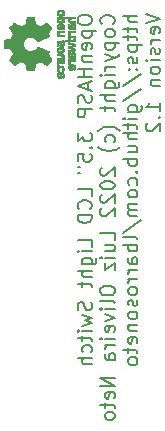
<source format=gbr>
%TF.GenerationSoftware,KiCad,Pcbnew,6.0.2+dfsg-1*%
%TF.CreationDate,2022-09-10T17:36:14-07:00*%
%TF.ProjectId,OpenHasp-1Gang,4f70656e-4861-4737-902d-3147616e672e,rev?*%
%TF.SameCoordinates,Original*%
%TF.FileFunction,Legend,Bot*%
%TF.FilePolarity,Positive*%
%FSLAX46Y46*%
G04 Gerber Fmt 4.6, Leading zero omitted, Abs format (unit mm)*
G04 Created by KiCad (PCBNEW 6.0.2+dfsg-1) date 2022-09-10 17:36:14*
%MOMM*%
%LPD*%
G01*
G04 APERTURE LIST*
%ADD10C,0.200000*%
%ADD11C,0.010000*%
G04 APERTURE END LIST*
D10*
X142244857Y63935714D02*
X142244857Y63707142D01*
X142302000Y63592857D01*
X142416285Y63478571D01*
X142644857Y63421428D01*
X143044857Y63421428D01*
X143273428Y63478571D01*
X143387714Y63592857D01*
X143444857Y63707142D01*
X143444857Y63935714D01*
X143387714Y64050000D01*
X143273428Y64164285D01*
X143044857Y64221428D01*
X142644857Y64221428D01*
X142416285Y64164285D01*
X142302000Y64050000D01*
X142244857Y63935714D01*
X142644857Y62907142D02*
X143844857Y62907142D01*
X142702000Y62907142D02*
X142644857Y62792857D01*
X142644857Y62564285D01*
X142702000Y62450000D01*
X142759142Y62392857D01*
X142873428Y62335714D01*
X143216285Y62335714D01*
X143330571Y62392857D01*
X143387714Y62450000D01*
X143444857Y62564285D01*
X143444857Y62792857D01*
X143387714Y62907142D01*
X143387714Y61364285D02*
X143444857Y61478571D01*
X143444857Y61707142D01*
X143387714Y61821428D01*
X143273428Y61878571D01*
X142816285Y61878571D01*
X142702000Y61821428D01*
X142644857Y61707142D01*
X142644857Y61478571D01*
X142702000Y61364285D01*
X142816285Y61307142D01*
X142930571Y61307142D01*
X143044857Y61878571D01*
X142644857Y60792857D02*
X143444857Y60792857D01*
X142759142Y60792857D02*
X142702000Y60735714D01*
X142644857Y60621428D01*
X142644857Y60450000D01*
X142702000Y60335714D01*
X142816285Y60278571D01*
X143444857Y60278571D01*
X143444857Y59707142D02*
X142244857Y59707142D01*
X142816285Y59707142D02*
X142816285Y59021428D01*
X143444857Y59021428D02*
X142244857Y59021428D01*
X143102000Y58507142D02*
X143102000Y57935714D01*
X143444857Y58621428D02*
X142244857Y58221428D01*
X143444857Y57821428D01*
X143387714Y57478571D02*
X143444857Y57307142D01*
X143444857Y57021428D01*
X143387714Y56907142D01*
X143330571Y56850000D01*
X143216285Y56792857D01*
X143102000Y56792857D01*
X142987714Y56850000D01*
X142930571Y56907142D01*
X142873428Y57021428D01*
X142816285Y57250000D01*
X142759142Y57364285D01*
X142702000Y57421428D01*
X142587714Y57478571D01*
X142473428Y57478571D01*
X142359142Y57421428D01*
X142302000Y57364285D01*
X142244857Y57250000D01*
X142244857Y56964285D01*
X142302000Y56792857D01*
X143444857Y56278571D02*
X142244857Y56278571D01*
X142244857Y55821428D01*
X142302000Y55707142D01*
X142359142Y55650000D01*
X142473428Y55592857D01*
X142644857Y55592857D01*
X142759142Y55650000D01*
X142816285Y55707142D01*
X142873428Y55821428D01*
X142873428Y56278571D01*
X142244857Y54278571D02*
X142244857Y53535714D01*
X142702000Y53935714D01*
X142702000Y53764285D01*
X142759142Y53650000D01*
X142816285Y53592857D01*
X142930571Y53535714D01*
X143216285Y53535714D01*
X143330571Y53592857D01*
X143387714Y53650000D01*
X143444857Y53764285D01*
X143444857Y54107142D01*
X143387714Y54221428D01*
X143330571Y54278571D01*
X143330571Y53021428D02*
X143387714Y52964285D01*
X143444857Y53021428D01*
X143387714Y53078571D01*
X143330571Y53021428D01*
X143444857Y53021428D01*
X142244857Y51878571D02*
X142244857Y52450000D01*
X142816285Y52507142D01*
X142759142Y52450000D01*
X142702000Y52335714D01*
X142702000Y52050000D01*
X142759142Y51935714D01*
X142816285Y51878571D01*
X142930571Y51821428D01*
X143216285Y51821428D01*
X143330571Y51878571D01*
X143387714Y51935714D01*
X143444857Y52050000D01*
X143444857Y52335714D01*
X143387714Y52450000D01*
X143330571Y52507142D01*
X142244857Y51364285D02*
X142473428Y51364285D01*
X142244857Y50907142D02*
X142473428Y50907142D01*
X143444857Y48907142D02*
X143444857Y49478571D01*
X142244857Y49478571D01*
X143330571Y47821428D02*
X143387714Y47878571D01*
X143444857Y48050000D01*
X143444857Y48164285D01*
X143387714Y48335714D01*
X143273428Y48450000D01*
X143159142Y48507142D01*
X142930571Y48564285D01*
X142759142Y48564285D01*
X142530571Y48507142D01*
X142416285Y48450000D01*
X142302000Y48335714D01*
X142244857Y48164285D01*
X142244857Y48050000D01*
X142302000Y47878571D01*
X142359142Y47821428D01*
X143444857Y47307142D02*
X142244857Y47307142D01*
X142244857Y47021428D01*
X142302000Y46850000D01*
X142416285Y46735714D01*
X142530571Y46678571D01*
X142759142Y46621428D01*
X142930571Y46621428D01*
X143159142Y46678571D01*
X143273428Y46735714D01*
X143387714Y46850000D01*
X143444857Y47021428D01*
X143444857Y47307142D01*
X143444857Y44621428D02*
X143444857Y45192857D01*
X142244857Y45192857D01*
X143444857Y44221428D02*
X142644857Y44221428D01*
X142244857Y44221428D02*
X142302000Y44278571D01*
X142359142Y44221428D01*
X142302000Y44164285D01*
X142244857Y44221428D01*
X142359142Y44221428D01*
X142644857Y43135714D02*
X143616285Y43135714D01*
X143730571Y43192857D01*
X143787714Y43250000D01*
X143844857Y43364285D01*
X143844857Y43535714D01*
X143787714Y43650000D01*
X143387714Y43135714D02*
X143444857Y43250000D01*
X143444857Y43478571D01*
X143387714Y43592857D01*
X143330571Y43650000D01*
X143216285Y43707142D01*
X142873428Y43707142D01*
X142759142Y43650000D01*
X142702000Y43592857D01*
X142644857Y43478571D01*
X142644857Y43250000D01*
X142702000Y43135714D01*
X143444857Y42564285D02*
X142244857Y42564285D01*
X143444857Y42050000D02*
X142816285Y42050000D01*
X142702000Y42107142D01*
X142644857Y42221428D01*
X142644857Y42392857D01*
X142702000Y42507142D01*
X142759142Y42564285D01*
X142644857Y41650000D02*
X142644857Y41192857D01*
X142244857Y41478571D02*
X143273428Y41478571D01*
X143387714Y41421428D01*
X143444857Y41307142D01*
X143444857Y41192857D01*
X143387714Y39935714D02*
X143444857Y39764285D01*
X143444857Y39478571D01*
X143387714Y39364285D01*
X143330571Y39307142D01*
X143216285Y39250000D01*
X143102000Y39250000D01*
X142987714Y39307142D01*
X142930571Y39364285D01*
X142873428Y39478571D01*
X142816285Y39707142D01*
X142759142Y39821428D01*
X142702000Y39878571D01*
X142587714Y39935714D01*
X142473428Y39935714D01*
X142359142Y39878571D01*
X142302000Y39821428D01*
X142244857Y39707142D01*
X142244857Y39421428D01*
X142302000Y39250000D01*
X142644857Y38850000D02*
X143444857Y38621428D01*
X142873428Y38392857D01*
X143444857Y38164285D01*
X142644857Y37935714D01*
X143444857Y37478571D02*
X142644857Y37478571D01*
X142244857Y37478571D02*
X142302000Y37535714D01*
X142359142Y37478571D01*
X142302000Y37421428D01*
X142244857Y37478571D01*
X142359142Y37478571D01*
X142644857Y37078571D02*
X142644857Y36621428D01*
X142244857Y36907142D02*
X143273428Y36907142D01*
X143387714Y36850000D01*
X143444857Y36735714D01*
X143444857Y36621428D01*
X143387714Y35707142D02*
X143444857Y35821428D01*
X143444857Y36050000D01*
X143387714Y36164285D01*
X143330571Y36221428D01*
X143216285Y36278571D01*
X142873428Y36278571D01*
X142759142Y36221428D01*
X142702000Y36164285D01*
X142644857Y36050000D01*
X142644857Y35821428D01*
X142702000Y35707142D01*
X143444857Y35192857D02*
X142244857Y35192857D01*
X143444857Y34678571D02*
X142816285Y34678571D01*
X142702000Y34735714D01*
X142644857Y34850000D01*
X142644857Y35021428D01*
X142702000Y35135714D01*
X142759142Y35192857D01*
X145262571Y63478571D02*
X145319714Y63535714D01*
X145376857Y63707142D01*
X145376857Y63821428D01*
X145319714Y63992857D01*
X145205428Y64107142D01*
X145091142Y64164285D01*
X144862571Y64221428D01*
X144691142Y64221428D01*
X144462571Y64164285D01*
X144348285Y64107142D01*
X144234000Y63992857D01*
X144176857Y63821428D01*
X144176857Y63707142D01*
X144234000Y63535714D01*
X144291142Y63478571D01*
X145376857Y62792857D02*
X145319714Y62907142D01*
X145262571Y62964285D01*
X145148285Y63021428D01*
X144805428Y63021428D01*
X144691142Y62964285D01*
X144634000Y62907142D01*
X144576857Y62792857D01*
X144576857Y62621428D01*
X144634000Y62507142D01*
X144691142Y62450000D01*
X144805428Y62392857D01*
X145148285Y62392857D01*
X145262571Y62450000D01*
X145319714Y62507142D01*
X145376857Y62621428D01*
X145376857Y62792857D01*
X144576857Y61878571D02*
X145776857Y61878571D01*
X144634000Y61878571D02*
X144576857Y61764285D01*
X144576857Y61535714D01*
X144634000Y61421428D01*
X144691142Y61364285D01*
X144805428Y61307142D01*
X145148285Y61307142D01*
X145262571Y61364285D01*
X145319714Y61421428D01*
X145376857Y61535714D01*
X145376857Y61764285D01*
X145319714Y61878571D01*
X144576857Y60907142D02*
X145376857Y60621428D01*
X144576857Y60335714D02*
X145376857Y60621428D01*
X145662571Y60735714D01*
X145719714Y60792857D01*
X145776857Y60907142D01*
X145376857Y59878571D02*
X144576857Y59878571D01*
X144805428Y59878571D02*
X144691142Y59821428D01*
X144634000Y59764285D01*
X144576857Y59650000D01*
X144576857Y59535714D01*
X145376857Y59135714D02*
X144576857Y59135714D01*
X144176857Y59135714D02*
X144234000Y59192857D01*
X144291142Y59135714D01*
X144234000Y59078571D01*
X144176857Y59135714D01*
X144291142Y59135714D01*
X144576857Y58050000D02*
X145548285Y58050000D01*
X145662571Y58107142D01*
X145719714Y58164285D01*
X145776857Y58278571D01*
X145776857Y58450000D01*
X145719714Y58564285D01*
X145319714Y58050000D02*
X145376857Y58164285D01*
X145376857Y58392857D01*
X145319714Y58507142D01*
X145262571Y58564285D01*
X145148285Y58621428D01*
X144805428Y58621428D01*
X144691142Y58564285D01*
X144634000Y58507142D01*
X144576857Y58392857D01*
X144576857Y58164285D01*
X144634000Y58050000D01*
X145376857Y57478571D02*
X144176857Y57478571D01*
X145376857Y56964285D02*
X144748285Y56964285D01*
X144634000Y57021428D01*
X144576857Y57135714D01*
X144576857Y57307142D01*
X144634000Y57421428D01*
X144691142Y57478571D01*
X144576857Y56564285D02*
X144576857Y56107142D01*
X144176857Y56392857D02*
X145205428Y56392857D01*
X145319714Y56335714D01*
X145376857Y56221428D01*
X145376857Y56107142D01*
X145834000Y54450000D02*
X145776857Y54507142D01*
X145605428Y54621428D01*
X145491142Y54678571D01*
X145319714Y54735714D01*
X145034000Y54792857D01*
X144805428Y54792857D01*
X144519714Y54735714D01*
X144348285Y54678571D01*
X144234000Y54621428D01*
X144062571Y54507142D01*
X144005428Y54450000D01*
X145319714Y53478571D02*
X145376857Y53592857D01*
X145376857Y53821428D01*
X145319714Y53935714D01*
X145262571Y53992857D01*
X145148285Y54050000D01*
X144805428Y54050000D01*
X144691142Y53992857D01*
X144634000Y53935714D01*
X144576857Y53821428D01*
X144576857Y53592857D01*
X144634000Y53478571D01*
X145834000Y53078571D02*
X145776857Y53021428D01*
X145605428Y52907142D01*
X145491142Y52849999D01*
X145319714Y52792857D01*
X145034000Y52735714D01*
X144805428Y52735714D01*
X144519714Y52792857D01*
X144348285Y52849999D01*
X144234000Y52907142D01*
X144062571Y53021428D01*
X144005428Y53078571D01*
X144291142Y51307142D02*
X144234000Y51249999D01*
X144176857Y51135714D01*
X144176857Y50849999D01*
X144234000Y50735714D01*
X144291142Y50678571D01*
X144405428Y50621428D01*
X144519714Y50621428D01*
X144691142Y50678571D01*
X145376857Y51364285D01*
X145376857Y50621428D01*
X144176857Y49878571D02*
X144176857Y49764285D01*
X144234000Y49650000D01*
X144291142Y49592857D01*
X144405428Y49535714D01*
X144634000Y49478571D01*
X144919714Y49478571D01*
X145148285Y49535714D01*
X145262571Y49592857D01*
X145319714Y49650000D01*
X145376857Y49764285D01*
X145376857Y49878571D01*
X145319714Y49992857D01*
X145262571Y50050000D01*
X145148285Y50107142D01*
X144919714Y50164285D01*
X144634000Y50164285D01*
X144405428Y50107142D01*
X144291142Y50050000D01*
X144234000Y49992857D01*
X144176857Y49878571D01*
X144291142Y49021428D02*
X144234000Y48964285D01*
X144176857Y48850000D01*
X144176857Y48564285D01*
X144234000Y48450000D01*
X144291142Y48392857D01*
X144405428Y48335714D01*
X144519714Y48335714D01*
X144691142Y48392857D01*
X145376857Y49078571D01*
X145376857Y48335714D01*
X144291142Y47878571D02*
X144234000Y47821428D01*
X144176857Y47707142D01*
X144176857Y47421428D01*
X144234000Y47307142D01*
X144291142Y47250000D01*
X144405428Y47192857D01*
X144519714Y47192857D01*
X144691142Y47250000D01*
X145376857Y47935714D01*
X145376857Y47192857D01*
X145376857Y45192857D02*
X145376857Y45764285D01*
X144176857Y45764285D01*
X144576857Y44278571D02*
X145376857Y44278571D01*
X144576857Y44792857D02*
X145205428Y44792857D01*
X145319714Y44735714D01*
X145376857Y44621428D01*
X145376857Y44450000D01*
X145319714Y44335714D01*
X145262571Y44278571D01*
X145376857Y43707142D02*
X144576857Y43707142D01*
X144176857Y43707142D02*
X144234000Y43764285D01*
X144291142Y43707142D01*
X144234000Y43650000D01*
X144176857Y43707142D01*
X144291142Y43707142D01*
X144576857Y43250000D02*
X144576857Y42621428D01*
X145376857Y43250000D01*
X145376857Y42621428D01*
X144176857Y41021428D02*
X144176857Y40792857D01*
X144234000Y40678571D01*
X144348285Y40564285D01*
X144576857Y40507142D01*
X144976857Y40507142D01*
X145205428Y40564285D01*
X145319714Y40678571D01*
X145376857Y40792857D01*
X145376857Y41021428D01*
X145319714Y41135714D01*
X145205428Y41250000D01*
X144976857Y41307142D01*
X144576857Y41307142D01*
X144348285Y41250000D01*
X144234000Y41135714D01*
X144176857Y41021428D01*
X145376857Y39821428D02*
X145319714Y39935714D01*
X145205428Y39992857D01*
X144176857Y39992857D01*
X145376857Y39364285D02*
X144576857Y39364285D01*
X144176857Y39364285D02*
X144234000Y39421428D01*
X144291142Y39364285D01*
X144234000Y39307142D01*
X144176857Y39364285D01*
X144291142Y39364285D01*
X144576857Y38907142D02*
X145376857Y38621428D01*
X144576857Y38335714D01*
X145319714Y37421428D02*
X145376857Y37535714D01*
X145376857Y37764285D01*
X145319714Y37878571D01*
X145205428Y37935714D01*
X144748285Y37935714D01*
X144634000Y37878571D01*
X144576857Y37764285D01*
X144576857Y37535714D01*
X144634000Y37421428D01*
X144748285Y37364285D01*
X144862571Y37364285D01*
X144976857Y37935714D01*
X145376857Y36850000D02*
X144576857Y36850000D01*
X144176857Y36850000D02*
X144234000Y36907142D01*
X144291142Y36850000D01*
X144234000Y36792857D01*
X144176857Y36850000D01*
X144291142Y36850000D01*
X145376857Y36278571D02*
X144576857Y36278571D01*
X144805428Y36278571D02*
X144691142Y36221428D01*
X144634000Y36164285D01*
X144576857Y36050000D01*
X144576857Y35935714D01*
X145376857Y35021428D02*
X144748285Y35021428D01*
X144634000Y35078571D01*
X144576857Y35192857D01*
X144576857Y35421428D01*
X144634000Y35535714D01*
X145319714Y35021428D02*
X145376857Y35135714D01*
X145376857Y35421428D01*
X145319714Y35535714D01*
X145205428Y35592857D01*
X145091142Y35592857D01*
X144976857Y35535714D01*
X144919714Y35421428D01*
X144919714Y35135714D01*
X144862571Y35021428D01*
X145376857Y33535714D02*
X144176857Y33535714D01*
X145376857Y32850000D01*
X144176857Y32850000D01*
X145319714Y31821428D02*
X145376857Y31935714D01*
X145376857Y32164285D01*
X145319714Y32278571D01*
X145205428Y32335714D01*
X144748285Y32335714D01*
X144634000Y32278571D01*
X144576857Y32164285D01*
X144576857Y31935714D01*
X144634000Y31821428D01*
X144748285Y31764285D01*
X144862571Y31764285D01*
X144976857Y32335714D01*
X144576857Y31421428D02*
X144576857Y30964285D01*
X144176857Y31250000D02*
X145205428Y31250000D01*
X145319714Y31192857D01*
X145376857Y31078571D01*
X145376857Y30964285D01*
X145376857Y30392857D02*
X145319714Y30507142D01*
X145262571Y30564285D01*
X145148285Y30621428D01*
X144805428Y30621428D01*
X144691142Y30564285D01*
X144634000Y30507142D01*
X144576857Y30392857D01*
X144576857Y30221428D01*
X144634000Y30107142D01*
X144691142Y30050000D01*
X144805428Y29992857D01*
X145148285Y29992857D01*
X145262571Y30050000D01*
X145319714Y30107142D01*
X145376857Y30221428D01*
X145376857Y30392857D01*
X147308857Y64164285D02*
X146108857Y64164285D01*
X147308857Y63650000D02*
X146680285Y63650000D01*
X146566000Y63707142D01*
X146508857Y63821428D01*
X146508857Y63992857D01*
X146566000Y64107142D01*
X146623142Y64164285D01*
X146508857Y63250000D02*
X146508857Y62792857D01*
X146108857Y63078571D02*
X147137428Y63078571D01*
X147251714Y63021428D01*
X147308857Y62907142D01*
X147308857Y62792857D01*
X146508857Y62564285D02*
X146508857Y62107142D01*
X146108857Y62392857D02*
X147137428Y62392857D01*
X147251714Y62335714D01*
X147308857Y62221428D01*
X147308857Y62107142D01*
X146508857Y61707142D02*
X147708857Y61707142D01*
X146566000Y61707142D02*
X146508857Y61592857D01*
X146508857Y61364285D01*
X146566000Y61250000D01*
X146623142Y61192857D01*
X146737428Y61135714D01*
X147080285Y61135714D01*
X147194571Y61192857D01*
X147251714Y61250000D01*
X147308857Y61364285D01*
X147308857Y61592857D01*
X147251714Y61707142D01*
X147251714Y60678571D02*
X147308857Y60564285D01*
X147308857Y60335714D01*
X147251714Y60221428D01*
X147137428Y60164285D01*
X147080285Y60164285D01*
X146966000Y60221428D01*
X146908857Y60335714D01*
X146908857Y60507142D01*
X146851714Y60621428D01*
X146737428Y60678571D01*
X146680285Y60678571D01*
X146566000Y60621428D01*
X146508857Y60507142D01*
X146508857Y60335714D01*
X146566000Y60221428D01*
X147194571Y59650000D02*
X147251714Y59592857D01*
X147308857Y59650000D01*
X147251714Y59707142D01*
X147194571Y59650000D01*
X147308857Y59650000D01*
X146566000Y59650000D02*
X146623142Y59592857D01*
X146680285Y59650000D01*
X146623142Y59707142D01*
X146566000Y59650000D01*
X146680285Y59650000D01*
X146051714Y58221428D02*
X147594571Y59250000D01*
X146051714Y56964285D02*
X147594571Y57992857D01*
X146508857Y56050000D02*
X147480285Y56050000D01*
X147594571Y56107142D01*
X147651714Y56164285D01*
X147708857Y56278571D01*
X147708857Y56450000D01*
X147651714Y56564285D01*
X147251714Y56050000D02*
X147308857Y56164285D01*
X147308857Y56392857D01*
X147251714Y56507142D01*
X147194571Y56564285D01*
X147080285Y56621428D01*
X146737428Y56621428D01*
X146623142Y56564285D01*
X146566000Y56507142D01*
X146508857Y56392857D01*
X146508857Y56164285D01*
X146566000Y56050000D01*
X147308857Y55478571D02*
X146508857Y55478571D01*
X146108857Y55478571D02*
X146166000Y55535714D01*
X146223142Y55478571D01*
X146166000Y55421428D01*
X146108857Y55478571D01*
X146223142Y55478571D01*
X146508857Y55078571D02*
X146508857Y54621428D01*
X146108857Y54907142D02*
X147137428Y54907142D01*
X147251714Y54850000D01*
X147308857Y54735714D01*
X147308857Y54621428D01*
X147308857Y54221428D02*
X146108857Y54221428D01*
X147308857Y53707142D02*
X146680285Y53707142D01*
X146566000Y53764285D01*
X146508857Y53878571D01*
X146508857Y54050000D01*
X146566000Y54164285D01*
X146623142Y54221428D01*
X146508857Y52621428D02*
X147308857Y52621428D01*
X146508857Y53135714D02*
X147137428Y53135714D01*
X147251714Y53078571D01*
X147308857Y52964285D01*
X147308857Y52792857D01*
X147251714Y52678571D01*
X147194571Y52621428D01*
X147308857Y52050000D02*
X146108857Y52050000D01*
X146566000Y52050000D02*
X146508857Y51935714D01*
X146508857Y51707142D01*
X146566000Y51592857D01*
X146623142Y51535714D01*
X146737428Y51478571D01*
X147080285Y51478571D01*
X147194571Y51535714D01*
X147251714Y51592857D01*
X147308857Y51707142D01*
X147308857Y51935714D01*
X147251714Y52050000D01*
X147194571Y50964285D02*
X147251714Y50907142D01*
X147308857Y50964285D01*
X147251714Y51021428D01*
X147194571Y50964285D01*
X147308857Y50964285D01*
X147251714Y49878571D02*
X147308857Y49992857D01*
X147308857Y50221428D01*
X147251714Y50335714D01*
X147194571Y50392857D01*
X147080285Y50449999D01*
X146737428Y50449999D01*
X146623142Y50392857D01*
X146566000Y50335714D01*
X146508857Y50221428D01*
X146508857Y49992857D01*
X146566000Y49878571D01*
X147308857Y49192857D02*
X147251714Y49307142D01*
X147194571Y49364285D01*
X147080285Y49421428D01*
X146737428Y49421428D01*
X146623142Y49364285D01*
X146566000Y49307142D01*
X146508857Y49192857D01*
X146508857Y49021428D01*
X146566000Y48907142D01*
X146623142Y48849999D01*
X146737428Y48792857D01*
X147080285Y48792857D01*
X147194571Y48849999D01*
X147251714Y48907142D01*
X147308857Y49021428D01*
X147308857Y49192857D01*
X147308857Y48278571D02*
X146508857Y48278571D01*
X146623142Y48278571D02*
X146566000Y48221428D01*
X146508857Y48107142D01*
X146508857Y47935714D01*
X146566000Y47821428D01*
X146680285Y47764285D01*
X147308857Y47764285D01*
X146680285Y47764285D02*
X146566000Y47707142D01*
X146508857Y47592857D01*
X146508857Y47421428D01*
X146566000Y47307142D01*
X146680285Y47249999D01*
X147308857Y47249999D01*
X146051714Y45821428D02*
X147594571Y46849999D01*
X147308857Y45249999D02*
X147251714Y45364285D01*
X147137428Y45421428D01*
X146108857Y45421428D01*
X147308857Y44792857D02*
X146108857Y44792857D01*
X146566000Y44792857D02*
X146508857Y44678571D01*
X146508857Y44449999D01*
X146566000Y44335714D01*
X146623142Y44278571D01*
X146737428Y44221428D01*
X147080285Y44221428D01*
X147194571Y44278571D01*
X147251714Y44335714D01*
X147308857Y44449999D01*
X147308857Y44678571D01*
X147251714Y44792857D01*
X147308857Y43192857D02*
X146680285Y43192857D01*
X146566000Y43249999D01*
X146508857Y43364285D01*
X146508857Y43592857D01*
X146566000Y43707142D01*
X147251714Y43192857D02*
X147308857Y43307142D01*
X147308857Y43592857D01*
X147251714Y43707142D01*
X147137428Y43764285D01*
X147023142Y43764285D01*
X146908857Y43707142D01*
X146851714Y43592857D01*
X146851714Y43307142D01*
X146794571Y43192857D01*
X147308857Y42621428D02*
X146508857Y42621428D01*
X146737428Y42621428D02*
X146623142Y42564285D01*
X146566000Y42507142D01*
X146508857Y42392857D01*
X146508857Y42278571D01*
X147308857Y41878571D02*
X146508857Y41878571D01*
X146737428Y41878571D02*
X146623142Y41821428D01*
X146566000Y41764285D01*
X146508857Y41649999D01*
X146508857Y41535714D01*
X147308857Y40964285D02*
X147251714Y41078571D01*
X147194571Y41135714D01*
X147080285Y41192857D01*
X146737428Y41192857D01*
X146623142Y41135714D01*
X146566000Y41078571D01*
X146508857Y40964285D01*
X146508857Y40792857D01*
X146566000Y40678571D01*
X146623142Y40621428D01*
X146737428Y40564285D01*
X147080285Y40564285D01*
X147194571Y40621428D01*
X147251714Y40678571D01*
X147308857Y40792857D01*
X147308857Y40964285D01*
X147251714Y40107142D02*
X147308857Y39992857D01*
X147308857Y39764285D01*
X147251714Y39649999D01*
X147137428Y39592857D01*
X147080285Y39592857D01*
X146966000Y39649999D01*
X146908857Y39764285D01*
X146908857Y39935714D01*
X146851714Y40049999D01*
X146737428Y40107142D01*
X146680285Y40107142D01*
X146566000Y40049999D01*
X146508857Y39935714D01*
X146508857Y39764285D01*
X146566000Y39649999D01*
X147308857Y38907142D02*
X147251714Y39021428D01*
X147194571Y39078571D01*
X147080285Y39135714D01*
X146737428Y39135714D01*
X146623142Y39078571D01*
X146566000Y39021428D01*
X146508857Y38907142D01*
X146508857Y38735714D01*
X146566000Y38621428D01*
X146623142Y38564285D01*
X146737428Y38507142D01*
X147080285Y38507142D01*
X147194571Y38564285D01*
X147251714Y38621428D01*
X147308857Y38735714D01*
X147308857Y38907142D01*
X146508857Y37992857D02*
X147308857Y37992857D01*
X146623142Y37992857D02*
X146566000Y37935714D01*
X146508857Y37821428D01*
X146508857Y37649999D01*
X146566000Y37535714D01*
X146680285Y37478571D01*
X147308857Y37478571D01*
X147251714Y36449999D02*
X147308857Y36564285D01*
X147308857Y36792857D01*
X147251714Y36907142D01*
X147137428Y36964285D01*
X146680285Y36964285D01*
X146566000Y36907142D01*
X146508857Y36792857D01*
X146508857Y36564285D01*
X146566000Y36449999D01*
X146680285Y36392857D01*
X146794571Y36392857D01*
X146908857Y36964285D01*
X146508857Y36049999D02*
X146508857Y35592857D01*
X146108857Y35878571D02*
X147137428Y35878571D01*
X147251714Y35821428D01*
X147308857Y35707142D01*
X147308857Y35592857D01*
X147308857Y35021428D02*
X147251714Y35135714D01*
X147194571Y35192857D01*
X147080285Y35249999D01*
X146737428Y35249999D01*
X146623142Y35192857D01*
X146566000Y35135714D01*
X146508857Y35021428D01*
X146508857Y34849999D01*
X146566000Y34735714D01*
X146623142Y34678571D01*
X146737428Y34621428D01*
X147080285Y34621428D01*
X147194571Y34678571D01*
X147251714Y34735714D01*
X147308857Y34849999D01*
X147308857Y35021428D01*
X148040857Y64335714D02*
X149240857Y63935714D01*
X148040857Y63535714D01*
X149183714Y62678571D02*
X149240857Y62792857D01*
X149240857Y63021428D01*
X149183714Y63135714D01*
X149069428Y63192857D01*
X148612285Y63192857D01*
X148498000Y63135714D01*
X148440857Y63021428D01*
X148440857Y62792857D01*
X148498000Y62678571D01*
X148612285Y62621428D01*
X148726571Y62621428D01*
X148840857Y63192857D01*
X149240857Y62107142D02*
X148440857Y62107142D01*
X148669428Y62107142D02*
X148555142Y62050000D01*
X148498000Y61992857D01*
X148440857Y61878571D01*
X148440857Y61764285D01*
X149183714Y61421428D02*
X149240857Y61307142D01*
X149240857Y61078571D01*
X149183714Y60964285D01*
X149069428Y60907142D01*
X149012285Y60907142D01*
X148898000Y60964285D01*
X148840857Y61078571D01*
X148840857Y61250000D01*
X148783714Y61364285D01*
X148669428Y61421428D01*
X148612285Y61421428D01*
X148498000Y61364285D01*
X148440857Y61250000D01*
X148440857Y61078571D01*
X148498000Y60964285D01*
X149240857Y60392857D02*
X148440857Y60392857D01*
X148040857Y60392857D02*
X148098000Y60450000D01*
X148155142Y60392857D01*
X148098000Y60335714D01*
X148040857Y60392857D01*
X148155142Y60392857D01*
X149240857Y59650000D02*
X149183714Y59764285D01*
X149126571Y59821428D01*
X149012285Y59878571D01*
X148669428Y59878571D01*
X148555142Y59821428D01*
X148498000Y59764285D01*
X148440857Y59650000D01*
X148440857Y59478571D01*
X148498000Y59364285D01*
X148555142Y59307142D01*
X148669428Y59250000D01*
X149012285Y59250000D01*
X149126571Y59307142D01*
X149183714Y59364285D01*
X149240857Y59478571D01*
X149240857Y59650000D01*
X148440857Y58735714D02*
X149240857Y58735714D01*
X148555142Y58735714D02*
X148498000Y58678571D01*
X148440857Y58564285D01*
X148440857Y58392857D01*
X148498000Y58278571D01*
X148612285Y58221428D01*
X149240857Y58221428D01*
X149240857Y56107142D02*
X149240857Y56792857D01*
X149240857Y56450000D02*
X148040857Y56450000D01*
X148212285Y56564285D01*
X148326571Y56678571D01*
X148383714Y56792857D01*
X149126571Y55592857D02*
X149183714Y55535714D01*
X149240857Y55592857D01*
X149183714Y55650000D01*
X149126571Y55592857D01*
X149240857Y55592857D01*
X148155142Y55078571D02*
X148098000Y55021428D01*
X148040857Y54907142D01*
X148040857Y54621428D01*
X148098000Y54507142D01*
X148155142Y54450000D01*
X148269428Y54392857D01*
X148383714Y54392857D01*
X148555142Y54450000D01*
X149240857Y55135714D01*
X149240857Y54392857D01*
D11*
%TO.C,REF\u002A\u002A*%
X140496055Y61199238D02*
X140530692Y61135637D01*
X140530692Y61135637D02*
X140585372Y61085877D01*
X140585372Y61085877D02*
X140629842Y61062432D01*
X140629842Y61062432D02*
X140669121Y61052366D01*
X140669121Y61052366D02*
X140725116Y61045844D01*
X140725116Y61045844D02*
X140789621Y61043049D01*
X140789621Y61043049D02*
X140854429Y61044164D01*
X140854429Y61044164D02*
X140911334Y61049374D01*
X140911334Y61049374D02*
X140941727Y61055459D01*
X140941727Y61055459D02*
X140983306Y61075986D01*
X140983306Y61075986D02*
X141027468Y61111537D01*
X141027468Y61111537D02*
X141066087Y61154381D01*
X141066087Y61154381D02*
X141091034Y61196789D01*
X141091034Y61196789D02*
X141091430Y61197823D01*
X141091430Y61197823D02*
X141102331Y61250447D01*
X141102331Y61250447D02*
X141102601Y61312812D01*
X141102601Y61312812D02*
X141092676Y61372076D01*
X141092676Y61372076D02*
X141084722Y61394960D01*
X141084722Y61394960D02*
X141051300Y61453898D01*
X141051300Y61453898D02*
X141007511Y61496110D01*
X141007511Y61496110D02*
X140949538Y61523844D01*
X140949538Y61523844D02*
X140873565Y61539349D01*
X140873565Y61539349D02*
X140833771Y61542857D01*
X140833771Y61542857D02*
X140783766Y61542410D01*
X140783766Y61542410D02*
X140783766Y61407624D01*
X140783766Y61407624D02*
X140856732Y61403083D01*
X140856732Y61403083D02*
X140912334Y61390014D01*
X140912334Y61390014D02*
X140947861Y61369244D01*
X140947861Y61369244D02*
X140958020Y61354448D01*
X140958020Y61354448D02*
X140965104Y61316536D01*
X140965104Y61316536D02*
X140963007Y61271473D01*
X140963007Y61271473D02*
X140952812Y61232513D01*
X140952812Y61232513D02*
X140947204Y61222296D01*
X140947204Y61222296D02*
X140914538Y61195341D01*
X140914538Y61195341D02*
X140864545Y61177549D01*
X140864545Y61177549D02*
X140803705Y61169976D01*
X140803705Y61169976D02*
X140738497Y61173675D01*
X140738497Y61173675D02*
X140699253Y61181943D01*
X140699253Y61181943D02*
X140653805Y61205680D01*
X140653805Y61205680D02*
X140625396Y61243151D01*
X140625396Y61243151D02*
X140615573Y61288280D01*
X140615573Y61288280D02*
X140625887Y61334989D01*
X140625887Y61334989D02*
X140651112Y61370868D01*
X140651112Y61370868D02*
X140671925Y61389723D01*
X140671925Y61389723D02*
X140692439Y61400728D01*
X140692439Y61400728D02*
X140720203Y61405974D01*
X140720203Y61405974D02*
X140762762Y61407551D01*
X140762762Y61407551D02*
X140783766Y61407624D01*
X140783766Y61407624D02*
X140783766Y61542410D01*
X140783766Y61542410D02*
X140727580Y61541906D01*
X140727580Y61541906D02*
X140640501Y61524612D01*
X140640501Y61524612D02*
X140572530Y61490971D01*
X140572530Y61490971D02*
X140523664Y61440982D01*
X140523664Y61440982D02*
X140493899Y61374644D01*
X140493899Y61374644D02*
X140490448Y61360399D01*
X140490448Y61360399D02*
X140482345Y61274790D01*
X140482345Y61274790D02*
X140496055Y61199238D01*
X140496055Y61199238D02*
X140496055Y61199238D01*
G36*
X140873565Y61539349D02*
G01*
X140949538Y61523844D01*
X141007511Y61496110D01*
X141051300Y61453898D01*
X141084722Y61394960D01*
X141092676Y61372076D01*
X141102601Y61312812D01*
X141102331Y61250447D01*
X141091430Y61197823D01*
X141091034Y61196789D01*
X141066087Y61154381D01*
X141027468Y61111537D01*
X140983306Y61075986D01*
X140941727Y61055459D01*
X140911334Y61049374D01*
X140854429Y61044164D01*
X140789621Y61043049D01*
X140725116Y61045844D01*
X140669121Y61052366D01*
X140629842Y61062432D01*
X140585372Y61085877D01*
X140530692Y61135637D01*
X140496055Y61199238D01*
X140482345Y61274790D01*
X140483622Y61288280D01*
X140615573Y61288280D01*
X140625396Y61243151D01*
X140653805Y61205680D01*
X140699253Y61181943D01*
X140738497Y61173675D01*
X140803705Y61169976D01*
X140864545Y61177549D01*
X140914538Y61195341D01*
X140947204Y61222296D01*
X140952812Y61232513D01*
X140963007Y61271473D01*
X140965104Y61316536D01*
X140958020Y61354448D01*
X140947861Y61369244D01*
X140912334Y61390014D01*
X140856732Y61403083D01*
X140783766Y61407624D01*
X140762762Y61407551D01*
X140720203Y61405974D01*
X140692439Y61400728D01*
X140671925Y61389723D01*
X140651112Y61370868D01*
X140625887Y61334989D01*
X140615573Y61288280D01*
X140483622Y61288280D01*
X140490448Y61360399D01*
X140493899Y61374644D01*
X140523664Y61440982D01*
X140572530Y61490971D01*
X140640501Y61524612D01*
X140727580Y61541906D01*
X140783766Y61542410D01*
X140833771Y61542857D01*
X140873565Y61539349D01*
G37*
X140873565Y61539349D02*
X140949538Y61523844D01*
X141007511Y61496110D01*
X141051300Y61453898D01*
X141084722Y61394960D01*
X141092676Y61372076D01*
X141102601Y61312812D01*
X141102331Y61250447D01*
X141091430Y61197823D01*
X141091034Y61196789D01*
X141066087Y61154381D01*
X141027468Y61111537D01*
X140983306Y61075986D01*
X140941727Y61055459D01*
X140911334Y61049374D01*
X140854429Y61044164D01*
X140789621Y61043049D01*
X140725116Y61045844D01*
X140669121Y61052366D01*
X140629842Y61062432D01*
X140585372Y61085877D01*
X140530692Y61135637D01*
X140496055Y61199238D01*
X140482345Y61274790D01*
X140483622Y61288280D01*
X140615573Y61288280D01*
X140625396Y61243151D01*
X140653805Y61205680D01*
X140699253Y61181943D01*
X140738497Y61173675D01*
X140803705Y61169976D01*
X140864545Y61177549D01*
X140914538Y61195341D01*
X140947204Y61222296D01*
X140952812Y61232513D01*
X140963007Y61271473D01*
X140965104Y61316536D01*
X140958020Y61354448D01*
X140947861Y61369244D01*
X140912334Y61390014D01*
X140856732Y61403083D01*
X140783766Y61407624D01*
X140762762Y61407551D01*
X140720203Y61405974D01*
X140692439Y61400728D01*
X140671925Y61389723D01*
X140651112Y61370868D01*
X140625887Y61334989D01*
X140615573Y61288280D01*
X140483622Y61288280D01*
X140490448Y61360399D01*
X140493899Y61374644D01*
X140523664Y61440982D01*
X140572530Y61490971D01*
X140640501Y61524612D01*
X140727580Y61541906D01*
X140783766Y61542410D01*
X140833771Y61542857D01*
X140873565Y61539349D01*
X142047822Y62011188D02*
X142047822Y62080346D01*
X142047822Y62080346D02*
X142046645Y62120488D01*
X142046645Y62120488D02*
X142041772Y62141394D01*
X142041772Y62141394D02*
X142031186Y62148922D01*
X142031186Y62148922D02*
X142024029Y62149505D01*
X142024029Y62149505D02*
X142009676Y62150774D01*
X142009676Y62150774D02*
X142006923Y62158779D01*
X142006923Y62158779D02*
X142015771Y62179815D01*
X142015771Y62179815D02*
X142024029Y62196173D01*
X142024029Y62196173D02*
X142043597Y62258977D01*
X142043597Y62258977D02*
X142044729Y62327248D01*
X142044729Y62327248D02*
X142030135Y62382752D01*
X142030135Y62382752D02*
X141994877Y62434438D01*
X141994877Y62434438D02*
X141942835Y62473838D01*
X141942835Y62473838D02*
X141881450Y62495413D01*
X141881450Y62495413D02*
X141878018Y62495962D01*
X141878018Y62495962D02*
X141840571Y62499167D01*
X141840571Y62499167D02*
X141786813Y62500761D01*
X141786813Y62500761D02*
X141746155Y62500633D01*
X141746155Y62500633D02*
X141746155Y62363279D01*
X141746155Y62363279D02*
X141800194Y62360097D01*
X141800194Y62360097D02*
X141844735Y62352859D01*
X141844735Y62352859D02*
X141869888Y62343060D01*
X141869888Y62343060D02*
X141904260Y62305989D01*
X141904260Y62305989D02*
X141916582Y62261974D01*
X141916582Y62261974D02*
X141906618Y62216584D01*
X141906618Y62216584D02*
X141876895Y62177797D01*
X141876895Y62177797D02*
X141856905Y62163108D01*
X141856905Y62163108D02*
X141833050Y62154519D01*
X141833050Y62154519D02*
X141798230Y62150496D01*
X141798230Y62150496D02*
X141745930Y62149505D01*
X141745930Y62149505D02*
X141694139Y62151278D01*
X141694139Y62151278D02*
X141648634Y62155963D01*
X141648634Y62155963D02*
X141618181Y62162603D01*
X141618181Y62162603D02*
X141615452Y62163710D01*
X141615452Y62163710D02*
X141583000Y62190491D01*
X141583000Y62190491D02*
X141565183Y62229579D01*
X141565183Y62229579D02*
X141562306Y62273315D01*
X141562306Y62273315D02*
X141574674Y62314038D01*
X141574674Y62314038D02*
X141602593Y62344087D01*
X141602593Y62344087D02*
X141608148Y62347204D01*
X141608148Y62347204D02*
X141642022Y62356961D01*
X141642022Y62356961D02*
X141690728Y62362277D01*
X141690728Y62362277D02*
X141746155Y62363279D01*
X141746155Y62363279D02*
X141746155Y62500633D01*
X141746155Y62500633D02*
X141725540Y62500568D01*
X141725540Y62500568D02*
X141692563Y62499664D01*
X141692563Y62499664D02*
X141610981Y62493514D01*
X141610981Y62493514D02*
X141549730Y62480733D01*
X141549730Y62480733D02*
X141504449Y62459471D01*
X141504449Y62459471D02*
X141470779Y62427878D01*
X141470779Y62427878D02*
X141451014Y62397207D01*
X141451014Y62397207D02*
X141437120Y62354354D01*
X141437120Y62354354D02*
X141432354Y62301056D01*
X141432354Y62301056D02*
X141436236Y62246480D01*
X141436236Y62246480D02*
X141448282Y62199792D01*
X141448282Y62199792D02*
X141462693Y62175124D01*
X141462693Y62175124D02*
X141485878Y62149505D01*
X141485878Y62149505D02*
X141192773Y62149505D01*
X141192773Y62149505D02*
X141192773Y62011188D01*
X141192773Y62011188D02*
X142047822Y62011188D01*
X142047822Y62011188D02*
X142047822Y62011188D01*
G36*
X141840571Y62499167D02*
G01*
X141878018Y62495962D01*
X141881450Y62495413D01*
X141942835Y62473838D01*
X141994877Y62434438D01*
X142030135Y62382752D01*
X142044729Y62327248D01*
X142043597Y62258977D01*
X142024029Y62196173D01*
X142015771Y62179815D01*
X142006923Y62158779D01*
X142009676Y62150774D01*
X142024029Y62149505D01*
X142031186Y62148922D01*
X142041772Y62141394D01*
X142046645Y62120488D01*
X142047822Y62080346D01*
X142047822Y62011188D01*
X141192773Y62011188D01*
X141192773Y62149505D01*
X141485878Y62149505D01*
X141462693Y62175124D01*
X141448282Y62199792D01*
X141436236Y62246480D01*
X141434327Y62273315D01*
X141562306Y62273315D01*
X141565183Y62229579D01*
X141583000Y62190491D01*
X141615452Y62163710D01*
X141618181Y62162603D01*
X141648634Y62155963D01*
X141694139Y62151278D01*
X141745930Y62149505D01*
X141798230Y62150496D01*
X141833050Y62154519D01*
X141856905Y62163108D01*
X141876895Y62177797D01*
X141906618Y62216584D01*
X141916582Y62261974D01*
X141904260Y62305989D01*
X141869888Y62343060D01*
X141844735Y62352859D01*
X141800194Y62360097D01*
X141746155Y62363279D01*
X141690728Y62362277D01*
X141642022Y62356961D01*
X141608148Y62347204D01*
X141602593Y62344087D01*
X141574674Y62314038D01*
X141562306Y62273315D01*
X141434327Y62273315D01*
X141432354Y62301056D01*
X141437120Y62354354D01*
X141451014Y62397207D01*
X141470779Y62427878D01*
X141504449Y62459471D01*
X141549730Y62480733D01*
X141610981Y62493514D01*
X141692563Y62499664D01*
X141725540Y62500568D01*
X141746155Y62500633D01*
X141786813Y62500761D01*
X141840571Y62499167D01*
G37*
X141840571Y62499167D02*
X141878018Y62495962D01*
X141881450Y62495413D01*
X141942835Y62473838D01*
X141994877Y62434438D01*
X142030135Y62382752D01*
X142044729Y62327248D01*
X142043597Y62258977D01*
X142024029Y62196173D01*
X142015771Y62179815D01*
X142006923Y62158779D01*
X142009676Y62150774D01*
X142024029Y62149505D01*
X142031186Y62148922D01*
X142041772Y62141394D01*
X142046645Y62120488D01*
X142047822Y62080346D01*
X142047822Y62011188D01*
X141192773Y62011188D01*
X141192773Y62149505D01*
X141485878Y62149505D01*
X141462693Y62175124D01*
X141448282Y62199792D01*
X141436236Y62246480D01*
X141434327Y62273315D01*
X141562306Y62273315D01*
X141565183Y62229579D01*
X141583000Y62190491D01*
X141615452Y62163710D01*
X141618181Y62162603D01*
X141648634Y62155963D01*
X141694139Y62151278D01*
X141745930Y62149505D01*
X141798230Y62150496D01*
X141833050Y62154519D01*
X141856905Y62163108D01*
X141876895Y62177797D01*
X141906618Y62216584D01*
X141916582Y62261974D01*
X141904260Y62305989D01*
X141869888Y62343060D01*
X141844735Y62352859D01*
X141800194Y62360097D01*
X141746155Y62363279D01*
X141690728Y62362277D01*
X141642022Y62356961D01*
X141608148Y62347204D01*
X141602593Y62344087D01*
X141574674Y62314038D01*
X141562306Y62273315D01*
X141434327Y62273315D01*
X141432354Y62301056D01*
X141437120Y62354354D01*
X141451014Y62397207D01*
X141470779Y62427878D01*
X141504449Y62459471D01*
X141549730Y62480733D01*
X141610981Y62493514D01*
X141692563Y62499664D01*
X141725540Y62500568D01*
X141746155Y62500633D01*
X141786813Y62500761D01*
X141840571Y62499167D01*
X140486457Y59132102D02*
X140494279Y59099904D01*
X140494279Y59099904D02*
X140522921Y59038175D01*
X140522921Y59038175D02*
X140566667Y58985390D01*
X140566667Y58985390D02*
X140619117Y58948859D01*
X140619117Y58948859D02*
X140630893Y58943840D01*
X140630893Y58943840D02*
X140661740Y58936955D01*
X140661740Y58936955D02*
X140707371Y58932136D01*
X140707371Y58932136D02*
X140753492Y58930495D01*
X140753492Y58930495D02*
X140840693Y58930495D01*
X140840693Y58930495D02*
X140840693Y59112822D01*
X140840693Y59112822D02*
X140840978Y59188021D01*
X140840978Y59188021D02*
X140842704Y59240997D01*
X140842704Y59240997D02*
X140847181Y59274675D01*
X140847181Y59274675D02*
X140855720Y59291980D01*
X140855720Y59291980D02*
X140869630Y59295837D01*
X140869630Y59295837D02*
X140890222Y59289171D01*
X140890222Y59289171D02*
X140914315Y59277230D01*
X140914315Y59277230D02*
X140954525Y59243920D01*
X140954525Y59243920D02*
X140974558Y59197632D01*
X140974558Y59197632D02*
X140973905Y59141056D01*
X140973905Y59141056D02*
X140952101Y59076969D01*
X140952101Y59076969D02*
X140925193Y59021583D01*
X140925193Y59021583D02*
X140961532Y58975625D01*
X140961532Y58975625D02*
X140997872Y58929667D01*
X140997872Y58929667D02*
X141037819Y58972904D01*
X141037819Y58972904D02*
X141075563Y59030626D01*
X141075563Y59030626D02*
X141098320Y59101614D01*
X141098320Y59101614D02*
X141104688Y59177971D01*
X141104688Y59177971D02*
X141093268Y59251801D01*
X141093268Y59251801D02*
X141089393Y59263713D01*
X141089393Y59263713D02*
X141055506Y59328601D01*
X141055506Y59328601D02*
X141004986Y59376870D01*
X141004986Y59376870D02*
X140936325Y59409535D01*
X140936325Y59409535D02*
X140848014Y59427615D01*
X140848014Y59427615D02*
X140846121Y59427825D01*
X140846121Y59427825D02*
X140749878Y59429444D01*
X140749878Y59429444D02*
X140715542Y59422900D01*
X140715542Y59422900D02*
X140715542Y59295148D01*
X140715542Y59295148D02*
X140720822Y59283416D01*
X140720822Y59283416D02*
X140724867Y59251562D01*
X140724867Y59251562D02*
X140727176Y59204603D01*
X140727176Y59204603D02*
X140727525Y59174846D01*
X140727525Y59174846D02*
X140727306Y59119352D01*
X140727306Y59119352D02*
X140725916Y59084654D01*
X140725916Y59084654D02*
X140722251Y59066399D01*
X140722251Y59066399D02*
X140715210Y59060234D01*
X140715210Y59060234D02*
X140703690Y59061805D01*
X140703690Y59061805D02*
X140699233Y59063122D01*
X140699233Y59063122D02*
X140657355Y59085618D01*
X140657355Y59085618D02*
X140623604Y59120997D01*
X140623604Y59120997D02*
X140608773Y59152220D01*
X140608773Y59152220D02*
X140609668Y59193699D01*
X140609668Y59193699D02*
X140628164Y59235731D01*
X140628164Y59235731D02*
X140658786Y59270988D01*
X140658786Y59270988D02*
X140696062Y59292146D01*
X140696062Y59292146D02*
X140715542Y59295148D01*
X140715542Y59295148D02*
X140715542Y59422900D01*
X140715542Y59422900D02*
X140665229Y59413310D01*
X140665229Y59413310D02*
X140594191Y59381302D01*
X140594191Y59381302D02*
X140538779Y59335299D01*
X140538779Y59335299D02*
X140501009Y59277179D01*
X140501009Y59277179D02*
X140482896Y59208820D01*
X140482896Y59208820D02*
X140486457Y59132102D01*
X140486457Y59132102D02*
X140486457Y59132102D01*
G36*
X140846121Y59427825D02*
G01*
X140848014Y59427615D01*
X140936325Y59409535D01*
X141004986Y59376870D01*
X141055506Y59328601D01*
X141089393Y59263713D01*
X141093268Y59251801D01*
X141104688Y59177971D01*
X141098320Y59101614D01*
X141075563Y59030626D01*
X141037819Y58972904D01*
X140997872Y58929667D01*
X140961532Y58975625D01*
X140925193Y59021583D01*
X140952101Y59076969D01*
X140973905Y59141056D01*
X140974558Y59197632D01*
X140954525Y59243920D01*
X140914315Y59277230D01*
X140890222Y59289171D01*
X140869630Y59295837D01*
X140855720Y59291980D01*
X140847181Y59274675D01*
X140842704Y59240997D01*
X140840978Y59188021D01*
X140840693Y59112822D01*
X140840693Y58930495D01*
X140753492Y58930495D01*
X140707371Y58932136D01*
X140661740Y58936955D01*
X140630893Y58943840D01*
X140619117Y58948859D01*
X140566667Y58985390D01*
X140522921Y59038175D01*
X140494279Y59099904D01*
X140486457Y59132102D01*
X140485523Y59152220D01*
X140608773Y59152220D01*
X140623604Y59120997D01*
X140657355Y59085618D01*
X140699233Y59063122D01*
X140703690Y59061805D01*
X140715210Y59060234D01*
X140722251Y59066399D01*
X140725916Y59084654D01*
X140727306Y59119352D01*
X140727525Y59174846D01*
X140727176Y59204603D01*
X140724867Y59251562D01*
X140720822Y59283416D01*
X140715542Y59295148D01*
X140696062Y59292146D01*
X140658786Y59270988D01*
X140628164Y59235731D01*
X140609668Y59193699D01*
X140608773Y59152220D01*
X140485523Y59152220D01*
X140482896Y59208820D01*
X140501009Y59277179D01*
X140538779Y59335299D01*
X140594191Y59381302D01*
X140665229Y59413310D01*
X140715542Y59422900D01*
X140749878Y59429444D01*
X140846121Y59427825D01*
G37*
X140846121Y59427825D02*
X140848014Y59427615D01*
X140936325Y59409535D01*
X141004986Y59376870D01*
X141055506Y59328601D01*
X141089393Y59263713D01*
X141093268Y59251801D01*
X141104688Y59177971D01*
X141098320Y59101614D01*
X141075563Y59030626D01*
X141037819Y58972904D01*
X140997872Y58929667D01*
X140961532Y58975625D01*
X140925193Y59021583D01*
X140952101Y59076969D01*
X140973905Y59141056D01*
X140974558Y59197632D01*
X140954525Y59243920D01*
X140914315Y59277230D01*
X140890222Y59289171D01*
X140869630Y59295837D01*
X140855720Y59291980D01*
X140847181Y59274675D01*
X140842704Y59240997D01*
X140840978Y59188021D01*
X140840693Y59112822D01*
X140840693Y58930495D01*
X140753492Y58930495D01*
X140707371Y58932136D01*
X140661740Y58936955D01*
X140630893Y58943840D01*
X140619117Y58948859D01*
X140566667Y58985390D01*
X140522921Y59038175D01*
X140494279Y59099904D01*
X140486457Y59132102D01*
X140485523Y59152220D01*
X140608773Y59152220D01*
X140623604Y59120997D01*
X140657355Y59085618D01*
X140699233Y59063122D01*
X140703690Y59061805D01*
X140715210Y59060234D01*
X140722251Y59066399D01*
X140725916Y59084654D01*
X140727306Y59119352D01*
X140727525Y59174846D01*
X140727176Y59204603D01*
X140724867Y59251562D01*
X140720822Y59283416D01*
X140715542Y59295148D01*
X140696062Y59292146D01*
X140658786Y59270988D01*
X140628164Y59235731D01*
X140609668Y59193699D01*
X140608773Y59152220D01*
X140485523Y59152220D01*
X140482896Y59208820D01*
X140501009Y59277179D01*
X140538779Y59335299D01*
X140594191Y59381302D01*
X140665229Y59413310D01*
X140715542Y59422900D01*
X140749878Y59429444D01*
X140846121Y59427825D01*
X140488030Y60010540D02*
X140501245Y59967289D01*
X140501245Y59967289D02*
X140517941Y59939442D01*
X140517941Y59939442D02*
X140531145Y59930371D01*
X140531145Y59930371D02*
X140546797Y59932868D01*
X140546797Y59932868D02*
X140571385Y59949069D01*
X140571385Y59949069D02*
X140588800Y59962768D01*
X140588800Y59962768D02*
X140620283Y59991008D01*
X140620283Y59991008D02*
X140633529Y60012225D01*
X140633529Y60012225D02*
X140632664Y60030312D01*
X140632664Y60030312D02*
X140619010Y60083965D01*
X140619010Y60083965D02*
X140619630Y60123370D01*
X140619630Y60123370D02*
X140635104Y60155368D01*
X140635104Y60155368D02*
X140644161Y60166110D01*
X140644161Y60166110D02*
X140676027Y60200495D01*
X140676027Y60200495D02*
X141092179Y60200495D01*
X141092179Y60200495D02*
X141092179Y60338812D01*
X141092179Y60338812D02*
X140488614Y60338812D01*
X140488614Y60338812D02*
X140488614Y60269653D01*
X140488614Y60269653D02*
X140490256Y60228131D01*
X140490256Y60228131D02*
X140496087Y60206709D01*
X140496087Y60206709D02*
X140507461Y60200498D01*
X140507461Y60200498D02*
X140507798Y60200495D01*
X140507798Y60200495D02*
X140519713Y60197561D01*
X140519713Y60197561D02*
X140518159Y60184296D01*
X140518159Y60184296D02*
X140509563Y60165916D01*
X140509563Y60165916D02*
X140493568Y60127954D01*
X140493568Y60127954D02*
X140483945Y60097128D01*
X140483945Y60097128D02*
X140481478Y60057464D01*
X140481478Y60057464D02*
X140488030Y60010540D01*
X140488030Y60010540D02*
X140488030Y60010540D01*
G36*
X141092179Y60200495D02*
G01*
X140676027Y60200495D01*
X140644161Y60166110D01*
X140635104Y60155368D01*
X140619630Y60123370D01*
X140619010Y60083965D01*
X140632664Y60030312D01*
X140633529Y60012225D01*
X140620283Y59991008D01*
X140588800Y59962768D01*
X140571385Y59949069D01*
X140546797Y59932868D01*
X140531145Y59930371D01*
X140517941Y59939442D01*
X140501245Y59967289D01*
X140488030Y60010540D01*
X140481478Y60057464D01*
X140483945Y60097128D01*
X140493568Y60127954D01*
X140509563Y60165916D01*
X140518159Y60184296D01*
X140519713Y60197561D01*
X140507798Y60200495D01*
X140507461Y60200498D01*
X140496087Y60206709D01*
X140490256Y60228131D01*
X140488614Y60269653D01*
X140488614Y60338812D01*
X141092179Y60338812D01*
X141092179Y60200495D01*
G37*
X141092179Y60200495D02*
X140676027Y60200495D01*
X140644161Y60166110D01*
X140635104Y60155368D01*
X140619630Y60123370D01*
X140619010Y60083965D01*
X140632664Y60030312D01*
X140633529Y60012225D01*
X140620283Y59991008D01*
X140588800Y59962768D01*
X140571385Y59949069D01*
X140546797Y59932868D01*
X140531145Y59930371D01*
X140517941Y59939442D01*
X140501245Y59967289D01*
X140488030Y60010540D01*
X140481478Y60057464D01*
X140483945Y60097128D01*
X140493568Y60127954D01*
X140509563Y60165916D01*
X140518159Y60184296D01*
X140519713Y60197561D01*
X140507798Y60200495D01*
X140507461Y60200498D01*
X140496087Y60206709D01*
X140490256Y60228131D01*
X140488614Y60269653D01*
X140488614Y60338812D01*
X141092179Y60338812D01*
X141092179Y60200495D01*
X140499184Y63718759D02*
X140512282Y63692247D01*
X140512282Y63692247D02*
X140535106Y63659553D01*
X140535106Y63659553D02*
X140559996Y63635725D01*
X140559996Y63635725D02*
X140591249Y63619406D01*
X140591249Y63619406D02*
X140633166Y63609240D01*
X140633166Y63609240D02*
X140690044Y63603872D01*
X140690044Y63603872D02*
X140766184Y63601944D01*
X140766184Y63601944D02*
X140798917Y63601831D01*
X140798917Y63601831D02*
X140870656Y63602161D01*
X140870656Y63602161D02*
X140921927Y63603527D01*
X140921927Y63603527D02*
X140957404Y63606500D01*
X140957404Y63606500D02*
X140981763Y63611649D01*
X140981763Y63611649D02*
X140999680Y63619543D01*
X140999680Y63619543D02*
X141011902Y63627757D01*
X141011902Y63627757D02*
X141063905Y63680187D01*
X141063905Y63680187D02*
X141095184Y63741930D01*
X141095184Y63741930D02*
X141104592Y63808536D01*
X141104592Y63808536D02*
X141090980Y63875558D01*
X141090980Y63875558D02*
X141081354Y63896792D01*
X141081354Y63896792D02*
X141054859Y63947624D01*
X141054859Y63947624D02*
X141470052Y63947624D01*
X141470052Y63947624D02*
X141450868Y63910525D01*
X141450868Y63910525D02*
X141436025Y63861643D01*
X141436025Y63861643D02*
X141432222Y63801561D01*
X141432222Y63801561D02*
X141439243Y63741564D01*
X141439243Y63741564D02*
X141455013Y63696256D01*
X141455013Y63696256D02*
X141485047Y63658675D01*
X141485047Y63658675D02*
X141528024Y63626564D01*
X141528024Y63626564D02*
X141532436Y63624150D01*
X141532436Y63624150D02*
X141553221Y63613967D01*
X141553221Y63613967D02*
X141574170Y63606530D01*
X141574170Y63606530D02*
X141599548Y63601411D01*
X141599548Y63601411D02*
X141633618Y63598181D01*
X141633618Y63598181D02*
X141680641Y63596413D01*
X141680641Y63596413D02*
X141744882Y63595677D01*
X141744882Y63595677D02*
X141817176Y63595544D01*
X141817176Y63595544D02*
X142047822Y63595544D01*
X142047822Y63595544D02*
X142047822Y63733861D01*
X142047822Y63733861D02*
X141622533Y63733861D01*
X141622533Y63733861D02*
X141589979Y63772549D01*
X141589979Y63772549D02*
X141563940Y63812738D01*
X141563940Y63812738D02*
X141559205Y63850797D01*
X141559205Y63850797D02*
X141571389Y63889066D01*
X141571389Y63889066D02*
X141583320Y63909462D01*
X141583320Y63909462D02*
X141600313Y63924642D01*
X141600313Y63924642D02*
X141625995Y63935438D01*
X141625995Y63935438D02*
X141663991Y63942683D01*
X141663991Y63942683D02*
X141717926Y63947208D01*
X141717926Y63947208D02*
X141791425Y63949844D01*
X141791425Y63949844D02*
X141840347Y63950772D01*
X141840347Y63950772D02*
X142041535Y63953911D01*
X142041535Y63953911D02*
X142045336Y64019926D01*
X142045336Y64019926D02*
X142049136Y64085940D01*
X142049136Y64085940D02*
X140800650Y64085940D01*
X140800650Y64085940D02*
X140800650Y63947624D01*
X140800650Y63947624D02*
X140870254Y63944097D01*
X140870254Y63944097D02*
X140918569Y63932215D01*
X140918569Y63932215D02*
X140948631Y63910020D01*
X140948631Y63910020D02*
X140963471Y63875559D01*
X140963471Y63875559D02*
X140966436Y63840742D01*
X140966436Y63840742D02*
X140963028Y63801329D01*
X140963028Y63801329D02*
X140949617Y63775171D01*
X140949617Y63775171D02*
X140931896Y63758814D01*
X140931896Y63758814D02*
X140912835Y63745937D01*
X140912835Y63745937D02*
X140891601Y63738272D01*
X140891601Y63738272D02*
X140861849Y63734861D01*
X140861849Y63734861D02*
X140817236Y63734749D01*
X140817236Y63734749D02*
X140779880Y63735897D01*
X140779880Y63735897D02*
X140723604Y63738532D01*
X140723604Y63738532D02*
X140686658Y63742456D01*
X140686658Y63742456D02*
X140663223Y63749063D01*
X140663223Y63749063D02*
X140647480Y63759749D01*
X140647480Y63759749D02*
X140638380Y63769833D01*
X140638380Y63769833D02*
X140618537Y63811970D01*
X140618537Y63811970D02*
X140615332Y63861840D01*
X140615332Y63861840D02*
X140622168Y63890476D01*
X140622168Y63890476D02*
X140646464Y63918828D01*
X140646464Y63918828D02*
X140693728Y63937609D01*
X140693728Y63937609D02*
X140763624Y63946712D01*
X140763624Y63946712D02*
X140800650Y63947624D01*
X140800650Y63947624D02*
X140800650Y64085940D01*
X140800650Y64085940D02*
X140488614Y64085940D01*
X140488614Y64085940D02*
X140488614Y64016782D01*
X140488614Y64016782D02*
X140490256Y63975260D01*
X140490256Y63975260D02*
X140496087Y63953838D01*
X140496087Y63953838D02*
X140507461Y63947626D01*
X140507461Y63947626D02*
X140507798Y63947624D01*
X140507798Y63947624D02*
X140518938Y63944742D01*
X140518938Y63944742D02*
X140517673Y63932030D01*
X140517673Y63932030D02*
X140505433Y63906757D01*
X140505433Y63906757D02*
X140486707Y63847869D01*
X140486707Y63847869D02*
X140484739Y63781615D01*
X140484739Y63781615D02*
X140499184Y63718759D01*
X140499184Y63718759D02*
X140499184Y63718759D01*
G36*
X142045336Y64019926D02*
G01*
X142041535Y63953911D01*
X141840347Y63950772D01*
X141791425Y63949844D01*
X141717926Y63947208D01*
X141663991Y63942683D01*
X141625995Y63935438D01*
X141600313Y63924642D01*
X141583320Y63909462D01*
X141571389Y63889066D01*
X141559205Y63850797D01*
X141563940Y63812738D01*
X141589979Y63772549D01*
X141622533Y63733861D01*
X142047822Y63733861D01*
X142047822Y63595544D01*
X141817176Y63595544D01*
X141744882Y63595677D01*
X141680641Y63596413D01*
X141633618Y63598181D01*
X141599548Y63601411D01*
X141574170Y63606530D01*
X141553221Y63613967D01*
X141532436Y63624150D01*
X141528024Y63626564D01*
X141485047Y63658675D01*
X141455013Y63696256D01*
X141439243Y63741564D01*
X141432222Y63801561D01*
X141436025Y63861643D01*
X141450868Y63910525D01*
X141470052Y63947624D01*
X141054859Y63947624D01*
X141081354Y63896792D01*
X141090980Y63875558D01*
X141104592Y63808536D01*
X141095184Y63741930D01*
X141063905Y63680187D01*
X141011902Y63627757D01*
X140999680Y63619543D01*
X140981763Y63611649D01*
X140957404Y63606500D01*
X140921927Y63603527D01*
X140870656Y63602161D01*
X140798917Y63601831D01*
X140766184Y63601944D01*
X140690044Y63603872D01*
X140633166Y63609240D01*
X140591249Y63619406D01*
X140559996Y63635725D01*
X140535106Y63659553D01*
X140512282Y63692247D01*
X140499184Y63718759D01*
X140484739Y63781615D01*
X140486707Y63847869D01*
X140491150Y63861840D01*
X140615332Y63861840D01*
X140618537Y63811970D01*
X140638380Y63769833D01*
X140647480Y63759749D01*
X140663223Y63749063D01*
X140686658Y63742456D01*
X140723604Y63738532D01*
X140779880Y63735897D01*
X140817236Y63734749D01*
X140861849Y63734861D01*
X140891601Y63738272D01*
X140912835Y63745937D01*
X140931896Y63758814D01*
X140949617Y63775171D01*
X140963028Y63801329D01*
X140966436Y63840742D01*
X140963471Y63875559D01*
X140948631Y63910020D01*
X140918569Y63932215D01*
X140870254Y63944097D01*
X140800650Y63947624D01*
X140763624Y63946712D01*
X140693728Y63937609D01*
X140646464Y63918828D01*
X140622168Y63890476D01*
X140615332Y63861840D01*
X140491150Y63861840D01*
X140505433Y63906757D01*
X140517673Y63932030D01*
X140518938Y63944742D01*
X140507798Y63947624D01*
X140507461Y63947626D01*
X140496087Y63953838D01*
X140490256Y63975260D01*
X140488614Y64016782D01*
X140488614Y64085940D01*
X142049136Y64085940D01*
X142045336Y64019926D01*
G37*
X142045336Y64019926D02*
X142041535Y63953911D01*
X141840347Y63950772D01*
X141791425Y63949844D01*
X141717926Y63947208D01*
X141663991Y63942683D01*
X141625995Y63935438D01*
X141600313Y63924642D01*
X141583320Y63909462D01*
X141571389Y63889066D01*
X141559205Y63850797D01*
X141563940Y63812738D01*
X141589979Y63772549D01*
X141622533Y63733861D01*
X142047822Y63733861D01*
X142047822Y63595544D01*
X141817176Y63595544D01*
X141744882Y63595677D01*
X141680641Y63596413D01*
X141633618Y63598181D01*
X141599548Y63601411D01*
X141574170Y63606530D01*
X141553221Y63613967D01*
X141532436Y63624150D01*
X141528024Y63626564D01*
X141485047Y63658675D01*
X141455013Y63696256D01*
X141439243Y63741564D01*
X141432222Y63801561D01*
X141436025Y63861643D01*
X141450868Y63910525D01*
X141470052Y63947624D01*
X141054859Y63947624D01*
X141081354Y63896792D01*
X141090980Y63875558D01*
X141104592Y63808536D01*
X141095184Y63741930D01*
X141063905Y63680187D01*
X141011902Y63627757D01*
X140999680Y63619543D01*
X140981763Y63611649D01*
X140957404Y63606500D01*
X140921927Y63603527D01*
X140870656Y63602161D01*
X140798917Y63601831D01*
X140766184Y63601944D01*
X140690044Y63603872D01*
X140633166Y63609240D01*
X140591249Y63619406D01*
X140559996Y63635725D01*
X140535106Y63659553D01*
X140512282Y63692247D01*
X140499184Y63718759D01*
X140484739Y63781615D01*
X140486707Y63847869D01*
X140491150Y63861840D01*
X140615332Y63861840D01*
X140618537Y63811970D01*
X140638380Y63769833D01*
X140647480Y63759749D01*
X140663223Y63749063D01*
X140686658Y63742456D01*
X140723604Y63738532D01*
X140779880Y63735897D01*
X140817236Y63734749D01*
X140861849Y63734861D01*
X140891601Y63738272D01*
X140912835Y63745937D01*
X140931896Y63758814D01*
X140949617Y63775171D01*
X140963028Y63801329D01*
X140966436Y63840742D01*
X140963471Y63875559D01*
X140948631Y63910020D01*
X140918569Y63932215D01*
X140870254Y63944097D01*
X140800650Y63947624D01*
X140763624Y63946712D01*
X140693728Y63937609D01*
X140646464Y63918828D01*
X140622168Y63890476D01*
X140615332Y63861840D01*
X140491150Y63861840D01*
X140505433Y63906757D01*
X140517673Y63932030D01*
X140518938Y63944742D01*
X140507798Y63947624D01*
X140507461Y63947626D01*
X140496087Y63953838D01*
X140490256Y63975260D01*
X140488614Y64016782D01*
X140488614Y64085940D01*
X142049136Y64085940D01*
X142045336Y64019926D01*
X141433020Y62803356D02*
X141438660Y62784539D01*
X141438660Y62784539D02*
X141451053Y62778473D01*
X141451053Y62778473D02*
X141456647Y62778218D01*
X141456647Y62778218D02*
X141472230Y62777129D01*
X141472230Y62777129D02*
X141474676Y62769632D01*
X141474676Y62769632D02*
X141463993Y62749381D01*
X141463993Y62749381D02*
X141456694Y62737351D01*
X141456694Y62737351D02*
X141441063Y62699400D01*
X141441063Y62699400D02*
X141433334Y62654072D01*
X141433334Y62654072D02*
X141432740Y62606544D01*
X141432740Y62606544D02*
X141438513Y62561995D01*
X141438513Y62561995D02*
X141449884Y62525602D01*
X141449884Y62525602D02*
X141466088Y62502543D01*
X141466088Y62502543D02*
X141486355Y62497996D01*
X141486355Y62497996D02*
X141491843Y62500291D01*
X141491843Y62500291D02*
X141514626Y62517020D01*
X141514626Y62517020D02*
X141542647Y62542963D01*
X141542647Y62542963D02*
X141547177Y62547655D01*
X141547177Y62547655D02*
X141568005Y62572383D01*
X141568005Y62572383D02*
X141574735Y62593718D01*
X141574735Y62593718D02*
X141570038Y62623555D01*
X141570038Y62623555D02*
X141566917Y62635508D01*
X141566917Y62635508D02*
X141559421Y62672705D01*
X141559421Y62672705D02*
X141562792Y62698859D01*
X141562792Y62698859D02*
X141574681Y62720946D01*
X141574681Y62720946D02*
X141590635Y62741178D01*
X141590635Y62741178D02*
X141610700Y62756079D01*
X141610700Y62756079D02*
X141638702Y62766434D01*
X141638702Y62766434D02*
X141678467Y62773029D01*
X141678467Y62773029D02*
X141733823Y62776649D01*
X141733823Y62776649D02*
X141808594Y62778078D01*
X141808594Y62778078D02*
X141853740Y62778218D01*
X141853740Y62778218D02*
X142047822Y62778218D01*
X142047822Y62778218D02*
X142047822Y62903960D01*
X142047822Y62903960D02*
X141431683Y62903960D01*
X141431683Y62903960D02*
X141431683Y62841089D01*
X141431683Y62841089D02*
X141433020Y62803356D01*
X141433020Y62803356D02*
X141433020Y62803356D01*
G36*
X142047822Y62778218D02*
G01*
X141853740Y62778218D01*
X141808594Y62778078D01*
X141733823Y62776649D01*
X141678467Y62773029D01*
X141638702Y62766434D01*
X141610700Y62756079D01*
X141590635Y62741178D01*
X141574681Y62720946D01*
X141562792Y62698859D01*
X141559421Y62672705D01*
X141566917Y62635508D01*
X141570038Y62623555D01*
X141574735Y62593718D01*
X141568005Y62572383D01*
X141547177Y62547655D01*
X141542647Y62542963D01*
X141514626Y62517020D01*
X141491843Y62500291D01*
X141486355Y62497996D01*
X141466088Y62502543D01*
X141449884Y62525602D01*
X141438513Y62561995D01*
X141432740Y62606544D01*
X141433334Y62654072D01*
X141441063Y62699400D01*
X141456694Y62737351D01*
X141463993Y62749381D01*
X141474676Y62769632D01*
X141472230Y62777129D01*
X141456647Y62778218D01*
X141451053Y62778473D01*
X141438660Y62784539D01*
X141433020Y62803356D01*
X141431683Y62841089D01*
X141431683Y62903960D01*
X142047822Y62903960D01*
X142047822Y62778218D01*
G37*
X142047822Y62778218D02*
X141853740Y62778218D01*
X141808594Y62778078D01*
X141733823Y62776649D01*
X141678467Y62773029D01*
X141638702Y62766434D01*
X141610700Y62756079D01*
X141590635Y62741178D01*
X141574681Y62720946D01*
X141562792Y62698859D01*
X141559421Y62672705D01*
X141566917Y62635508D01*
X141570038Y62623555D01*
X141574735Y62593718D01*
X141568005Y62572383D01*
X141547177Y62547655D01*
X141542647Y62542963D01*
X141514626Y62517020D01*
X141491843Y62500291D01*
X141486355Y62497996D01*
X141466088Y62502543D01*
X141449884Y62525602D01*
X141438513Y62561995D01*
X141432740Y62606544D01*
X141433334Y62654072D01*
X141441063Y62699400D01*
X141456694Y62737351D01*
X141463993Y62749381D01*
X141474676Y62769632D01*
X141472230Y62777129D01*
X141456647Y62778218D01*
X141451053Y62778473D01*
X141438660Y62784539D01*
X141433020Y62803356D01*
X141431683Y62841089D01*
X141431683Y62903960D01*
X142047822Y62903960D01*
X142047822Y62778218D01*
X140499002Y62564012D02*
X140513950Y62532717D01*
X140513950Y62532717D02*
X140535541Y62502409D01*
X140535541Y62502409D02*
X140560391Y62479318D01*
X140560391Y62479318D02*
X140592087Y62462500D01*
X140592087Y62462500D02*
X140634214Y62451006D01*
X140634214Y62451006D02*
X140690358Y62443891D01*
X140690358Y62443891D02*
X140764106Y62440207D01*
X140764106Y62440207D02*
X140859044Y62439008D01*
X140859044Y62439008D02*
X140868985Y62438989D01*
X140868985Y62438989D02*
X141092179Y62438713D01*
X141092179Y62438713D02*
X141092179Y62577030D01*
X141092179Y62577030D02*
X140886418Y62577030D01*
X140886418Y62577030D02*
X140810189Y62577128D01*
X140810189Y62577128D02*
X140754939Y62577809D01*
X140754939Y62577809D02*
X140716501Y62579651D01*
X140716501Y62579651D02*
X140690706Y62583233D01*
X140690706Y62583233D02*
X140673384Y62589132D01*
X140673384Y62589132D02*
X140660368Y62597927D01*
X140660368Y62597927D02*
X140647507Y62610180D01*
X140647507Y62610180D02*
X140619873Y62653047D01*
X140619873Y62653047D02*
X140614745Y62699843D01*
X140614745Y62699843D02*
X140632217Y62744424D01*
X140632217Y62744424D02*
X140645221Y62759928D01*
X140645221Y62759928D02*
X140657447Y62771310D01*
X140657447Y62771310D02*
X140670540Y62779481D01*
X140670540Y62779481D02*
X140688615Y62784974D01*
X140688615Y62784974D02*
X140715787Y62788320D01*
X140715787Y62788320D02*
X140756170Y62790051D01*
X140756170Y62790051D02*
X140813879Y62790697D01*
X140813879Y62790697D02*
X140884132Y62790792D01*
X140884132Y62790792D02*
X141092179Y62790792D01*
X141092179Y62790792D02*
X141092179Y62929109D01*
X141092179Y62929109D02*
X140488614Y62929109D01*
X140488614Y62929109D02*
X140488614Y62859950D01*
X140488614Y62859950D02*
X140490256Y62818428D01*
X140490256Y62818428D02*
X140496087Y62797006D01*
X140496087Y62797006D02*
X140507461Y62790795D01*
X140507461Y62790795D02*
X140507798Y62790792D01*
X140507798Y62790792D02*
X140518938Y62787910D01*
X140518938Y62787910D02*
X140517674Y62775199D01*
X140517674Y62775199D02*
X140505434Y62749926D01*
X140505434Y62749926D02*
X140487424Y62692605D01*
X140487424Y62692605D02*
X140485421Y62627037D01*
X140485421Y62627037D02*
X140499002Y62564012D01*
X140499002Y62564012D02*
X140499002Y62564012D01*
G36*
X141092179Y62790792D02*
G01*
X140884132Y62790792D01*
X140813879Y62790697D01*
X140756170Y62790051D01*
X140715787Y62788320D01*
X140688615Y62784974D01*
X140670540Y62779481D01*
X140657447Y62771310D01*
X140645221Y62759928D01*
X140632217Y62744424D01*
X140614745Y62699843D01*
X140619873Y62653047D01*
X140647507Y62610180D01*
X140660368Y62597927D01*
X140673384Y62589132D01*
X140690706Y62583233D01*
X140716501Y62579651D01*
X140754939Y62577809D01*
X140810189Y62577128D01*
X140886418Y62577030D01*
X141092179Y62577030D01*
X141092179Y62438713D01*
X140868985Y62438989D01*
X140859044Y62439008D01*
X140764106Y62440207D01*
X140690358Y62443891D01*
X140634214Y62451006D01*
X140592087Y62462500D01*
X140560391Y62479318D01*
X140535541Y62502409D01*
X140513950Y62532717D01*
X140499002Y62564012D01*
X140485421Y62627037D01*
X140487424Y62692605D01*
X140505434Y62749926D01*
X140517674Y62775199D01*
X140518938Y62787910D01*
X140507798Y62790792D01*
X140507461Y62790795D01*
X140496087Y62797006D01*
X140490256Y62818428D01*
X140488614Y62859950D01*
X140488614Y62929109D01*
X141092179Y62929109D01*
X141092179Y62790792D01*
G37*
X141092179Y62790792D02*
X140884132Y62790792D01*
X140813879Y62790697D01*
X140756170Y62790051D01*
X140715787Y62788320D01*
X140688615Y62784974D01*
X140670540Y62779481D01*
X140657447Y62771310D01*
X140645221Y62759928D01*
X140632217Y62744424D01*
X140614745Y62699843D01*
X140619873Y62653047D01*
X140647507Y62610180D01*
X140660368Y62597927D01*
X140673384Y62589132D01*
X140690706Y62583233D01*
X140716501Y62579651D01*
X140754939Y62577809D01*
X140810189Y62577128D01*
X140886418Y62577030D01*
X141092179Y62577030D01*
X141092179Y62438713D01*
X140868985Y62438989D01*
X140859044Y62439008D01*
X140764106Y62440207D01*
X140690358Y62443891D01*
X140634214Y62451006D01*
X140592087Y62462500D01*
X140560391Y62479318D01*
X140535541Y62502409D01*
X140513950Y62532717D01*
X140499002Y62564012D01*
X140485421Y62627037D01*
X140487424Y62692605D01*
X140505434Y62749926D01*
X140517674Y62775199D01*
X140518938Y62787910D01*
X140507798Y62790792D01*
X140507461Y62790795D01*
X140496087Y62797006D01*
X140490256Y62818428D01*
X140488614Y62859950D01*
X140488614Y62929109D01*
X141092179Y62929109D01*
X141092179Y62790792D01*
X140493880Y59592774D02*
X140524830Y59519920D01*
X140524830Y59519920D02*
X140539895Y59496973D01*
X140539895Y59496973D02*
X140563048Y59467646D01*
X140563048Y59467646D02*
X140581253Y59449236D01*
X140581253Y59449236D02*
X140587183Y59446039D01*
X140587183Y59446039D02*
X140600340Y59455065D01*
X140600340Y59455065D02*
X140622667Y59478163D01*
X140622667Y59478163D02*
X140638250Y59496656D01*
X140638250Y59496656D02*
X140678926Y59547272D01*
X140678926Y59547272D02*
X140645295Y59587240D01*
X140645295Y59587240D02*
X140623584Y59618126D01*
X140623584Y59618126D02*
X140616090Y59648241D01*
X140616090Y59648241D02*
X140617920Y59682708D01*
X140617920Y59682708D02*
X140631528Y59737439D01*
X140631528Y59737439D02*
X140659772Y59775114D01*
X140659772Y59775114D02*
X140705433Y59798009D01*
X140705433Y59798009D02*
X140771289Y59808403D01*
X140771289Y59808403D02*
X140771331Y59808405D01*
X140771331Y59808405D02*
X140844939Y59807506D01*
X140844939Y59807506D02*
X140898946Y59793537D01*
X140898946Y59793537D02*
X140935716Y59765672D01*
X140935716Y59765672D02*
X140948168Y59746675D01*
X140948168Y59746675D02*
X140963673Y59696224D01*
X140963673Y59696224D02*
X140963683Y59642337D01*
X140963683Y59642337D02*
X140948638Y59595454D01*
X140948638Y59595454D02*
X140941287Y59584356D01*
X140941287Y59584356D02*
X140922511Y59556524D01*
X140922511Y59556524D02*
X140919434Y59534764D01*
X140919434Y59534764D02*
X140933409Y59511296D01*
X140933409Y59511296D02*
X140958510Y59485351D01*
X140958510Y59485351D02*
X141000880Y59444284D01*
X141000880Y59444284D02*
X141038464Y59489879D01*
X141038464Y59489879D02*
X141080882Y59560326D01*
X141080882Y59560326D02*
X141101785Y59639767D01*
X141101785Y59639767D02*
X141100272Y59722785D01*
X141100272Y59722785D02*
X141086411Y59777306D01*
X141086411Y59777306D02*
X141052135Y59841030D01*
X141052135Y59841030D02*
X140998212Y59891995D01*
X140998212Y59891995D02*
X140960149Y59915149D01*
X140960149Y59915149D02*
X140905536Y59933901D01*
X140905536Y59933901D02*
X140836369Y59943285D01*
X140836369Y59943285D02*
X140761407Y59943357D01*
X140761407Y59943357D02*
X140689409Y59934176D01*
X140689409Y59934176D02*
X140629137Y59915801D01*
X140629137Y59915801D02*
X140622958Y59912907D01*
X140622958Y59912907D02*
X140562351Y59870048D01*
X140562351Y59870048D02*
X140518224Y59812021D01*
X140518224Y59812021D02*
X140491493Y59743409D01*
X140491493Y59743409D02*
X140483073Y59668799D01*
X140483073Y59668799D02*
X140493880Y59592774D01*
X140493880Y59592774D02*
X140493880Y59592774D01*
G36*
X140836369Y59943285D02*
G01*
X140905536Y59933901D01*
X140960149Y59915149D01*
X140998212Y59891995D01*
X141052135Y59841030D01*
X141086411Y59777306D01*
X141100272Y59722785D01*
X141101785Y59639767D01*
X141080882Y59560326D01*
X141038464Y59489879D01*
X141000880Y59444284D01*
X140958510Y59485351D01*
X140933409Y59511296D01*
X140919434Y59534764D01*
X140922511Y59556524D01*
X140941287Y59584356D01*
X140948638Y59595454D01*
X140963683Y59642337D01*
X140963673Y59696224D01*
X140948168Y59746675D01*
X140935716Y59765672D01*
X140898946Y59793537D01*
X140844939Y59807506D01*
X140771331Y59808405D01*
X140771289Y59808403D01*
X140705433Y59798009D01*
X140659772Y59775114D01*
X140631528Y59737439D01*
X140617920Y59682708D01*
X140616090Y59648241D01*
X140623584Y59618126D01*
X140645295Y59587240D01*
X140678926Y59547272D01*
X140638250Y59496656D01*
X140622667Y59478163D01*
X140600340Y59455065D01*
X140587183Y59446039D01*
X140581253Y59449236D01*
X140563048Y59467646D01*
X140539895Y59496973D01*
X140524830Y59519920D01*
X140493880Y59592774D01*
X140483073Y59668799D01*
X140491493Y59743409D01*
X140518224Y59812021D01*
X140562351Y59870048D01*
X140622958Y59912907D01*
X140629137Y59915801D01*
X140689409Y59934176D01*
X140761407Y59943357D01*
X140836369Y59943285D01*
G37*
X140836369Y59943285D02*
X140905536Y59933901D01*
X140960149Y59915149D01*
X140998212Y59891995D01*
X141052135Y59841030D01*
X141086411Y59777306D01*
X141100272Y59722785D01*
X141101785Y59639767D01*
X141080882Y59560326D01*
X141038464Y59489879D01*
X141000880Y59444284D01*
X140958510Y59485351D01*
X140933409Y59511296D01*
X140919434Y59534764D01*
X140922511Y59556524D01*
X140941287Y59584356D01*
X140948638Y59595454D01*
X140963683Y59642337D01*
X140963673Y59696224D01*
X140948168Y59746675D01*
X140935716Y59765672D01*
X140898946Y59793537D01*
X140844939Y59807506D01*
X140771331Y59808405D01*
X140771289Y59808403D01*
X140705433Y59798009D01*
X140659772Y59775114D01*
X140631528Y59737439D01*
X140617920Y59682708D01*
X140616090Y59648241D01*
X140623584Y59618126D01*
X140645295Y59587240D01*
X140678926Y59547272D01*
X140638250Y59496656D01*
X140622667Y59478163D01*
X140600340Y59455065D01*
X140587183Y59446039D01*
X140581253Y59449236D01*
X140563048Y59467646D01*
X140539895Y59496973D01*
X140524830Y59519920D01*
X140493880Y59592774D01*
X140483073Y59668799D01*
X140491493Y59743409D01*
X140518224Y59812021D01*
X140562351Y59870048D01*
X140622958Y59912907D01*
X140629137Y59915801D01*
X140689409Y59934176D01*
X140761407Y59943357D01*
X140836369Y59943285D01*
X141431486Y60174745D02*
X141441015Y60126405D01*
X141441015Y60126405D02*
X141455125Y60098886D01*
X141455125Y60098886D02*
X141478568Y60069936D01*
X141478568Y60069936D02*
X141530571Y60111124D01*
X141530571Y60111124D02*
X141562064Y60136518D01*
X141562064Y60136518D02*
X141577428Y60153762D01*
X141577428Y60153762D02*
X141579776Y60170898D01*
X141579776Y60170898D02*
X141572217Y60195973D01*
X141572217Y60195973D02*
X141567941Y60207743D01*
X141567941Y60207743D02*
X141561631Y60255730D01*
X141561631Y60255730D02*
X141575156Y60299676D01*
X141575156Y60299676D02*
X141605710Y60331940D01*
X141605710Y60331940D02*
X141615452Y60337181D01*
X141615452Y60337181D02*
X141641258Y60342888D01*
X141641258Y60342888D02*
X141688817Y60347294D01*
X141688817Y60347294D02*
X141754758Y60350189D01*
X141754758Y60350189D02*
X141835710Y60351369D01*
X141835710Y60351369D02*
X141847226Y60351386D01*
X141847226Y60351386D02*
X142047822Y60351386D01*
X142047822Y60351386D02*
X142047822Y60489703D01*
X142047822Y60489703D02*
X141431683Y60489703D01*
X141431683Y60489703D02*
X141431683Y60420544D01*
X141431683Y60420544D02*
X141432725Y60380667D01*
X141432725Y60380667D02*
X141437358Y60359893D01*
X141437358Y60359893D02*
X141447849Y60352211D01*
X141447849Y60352211D02*
X141457745Y60351386D01*
X141457745Y60351386D02*
X141483806Y60351386D01*
X141483806Y60351386D02*
X141457745Y60318255D01*
X141457745Y60318255D02*
X141439965Y60280265D01*
X141439965Y60280265D02*
X141431174Y60229230D01*
X141431174Y60229230D02*
X141431486Y60174745D01*
X141431486Y60174745D02*
X141431486Y60174745D01*
G36*
X142047822Y60351386D02*
G01*
X141847226Y60351386D01*
X141835710Y60351369D01*
X141754758Y60350189D01*
X141688817Y60347294D01*
X141641258Y60342888D01*
X141615452Y60337181D01*
X141605710Y60331940D01*
X141575156Y60299676D01*
X141561631Y60255730D01*
X141567941Y60207743D01*
X141572217Y60195973D01*
X141579776Y60170898D01*
X141577428Y60153762D01*
X141562064Y60136518D01*
X141530571Y60111124D01*
X141478568Y60069936D01*
X141455125Y60098886D01*
X141441015Y60126405D01*
X141431486Y60174745D01*
X141431174Y60229230D01*
X141439965Y60280265D01*
X141457745Y60318255D01*
X141483806Y60351386D01*
X141457745Y60351386D01*
X141447849Y60352211D01*
X141437358Y60359893D01*
X141432725Y60380667D01*
X141431683Y60420544D01*
X141431683Y60489703D01*
X142047822Y60489703D01*
X142047822Y60351386D01*
G37*
X142047822Y60351386D02*
X141847226Y60351386D01*
X141835710Y60351369D01*
X141754758Y60350189D01*
X141688817Y60347294D01*
X141641258Y60342888D01*
X141615452Y60337181D01*
X141605710Y60331940D01*
X141575156Y60299676D01*
X141561631Y60255730D01*
X141567941Y60207743D01*
X141572217Y60195973D01*
X141579776Y60170898D01*
X141577428Y60153762D01*
X141562064Y60136518D01*
X141530571Y60111124D01*
X141478568Y60069936D01*
X141455125Y60098886D01*
X141441015Y60126405D01*
X141431486Y60174745D01*
X141431174Y60229230D01*
X141439965Y60280265D01*
X141457745Y60318255D01*
X141483806Y60351386D01*
X141457745Y60351386D01*
X141447849Y60352211D01*
X141437358Y60359893D01*
X141432725Y60380667D01*
X141431683Y60420544D01*
X141431683Y60489703D01*
X142047822Y60489703D01*
X142047822Y60351386D01*
X140684342Y60816633D02*
X140776563Y60815445D01*
X140776563Y60815445D02*
X140846610Y60811103D01*
X140846610Y60811103D02*
X140897381Y60802442D01*
X140897381Y60802442D02*
X140931772Y60788296D01*
X140931772Y60788296D02*
X140952679Y60767500D01*
X140952679Y60767500D02*
X140963000Y60738890D01*
X140963000Y60738890D02*
X140965636Y60703465D01*
X140965636Y60703465D02*
X140962682Y60666364D01*
X140962682Y60666364D02*
X140951889Y60638182D01*
X140951889Y60638182D02*
X140930360Y60617757D01*
X140930360Y60617757D02*
X140895199Y60603921D01*
X140895199Y60603921D02*
X140843510Y60595509D01*
X140843510Y60595509D02*
X140772394Y60591357D01*
X140772394Y60591357D02*
X140684342Y60590297D01*
X140684342Y60590297D02*
X140488614Y60590297D01*
X140488614Y60590297D02*
X140488614Y60451980D01*
X140488614Y60451980D02*
X141092179Y60451980D01*
X141092179Y60451980D02*
X141092179Y60521138D01*
X141092179Y60521138D02*
X141090489Y60562830D01*
X141090489Y60562830D02*
X141084556Y60584299D01*
X141084556Y60584299D02*
X141073293Y60590297D01*
X141073293Y60590297D02*
X141063261Y60593909D01*
X141063261Y60593909D02*
X141065383Y60608286D01*
X141065383Y60608286D02*
X141079580Y60637264D01*
X141079580Y60637264D02*
X141101480Y60703681D01*
X141101480Y60703681D02*
X141099928Y60774125D01*
X141099928Y60774125D02*
X141076147Y60841623D01*
X141076147Y60841623D02*
X141057362Y60873767D01*
X141057362Y60873767D02*
X141037022Y60898285D01*
X141037022Y60898285D02*
X141011573Y60916196D01*
X141011573Y60916196D02*
X140977458Y60928521D01*
X140977458Y60928521D02*
X140931121Y60936277D01*
X140931121Y60936277D02*
X140869007Y60940484D01*
X140869007Y60940484D02*
X140787561Y60942160D01*
X140787561Y60942160D02*
X140724578Y60942376D01*
X140724578Y60942376D02*
X140488614Y60942376D01*
X140488614Y60942376D02*
X140488614Y60816633D01*
X140488614Y60816633D02*
X140684342Y60816633D01*
X140684342Y60816633D02*
X140684342Y60816633D01*
G36*
X140787561Y60942160D02*
G01*
X140869007Y60940484D01*
X140931121Y60936277D01*
X140977458Y60928521D01*
X141011573Y60916196D01*
X141037022Y60898285D01*
X141057362Y60873767D01*
X141076147Y60841623D01*
X141099928Y60774125D01*
X141101480Y60703681D01*
X141079580Y60637264D01*
X141065383Y60608286D01*
X141063261Y60593909D01*
X141073293Y60590297D01*
X141084556Y60584299D01*
X141090489Y60562830D01*
X141092179Y60521138D01*
X141092179Y60451980D01*
X140488614Y60451980D01*
X140488614Y60590297D01*
X140684342Y60590297D01*
X140772394Y60591357D01*
X140843510Y60595509D01*
X140895199Y60603921D01*
X140930360Y60617757D01*
X140951889Y60638182D01*
X140962682Y60666364D01*
X140965636Y60703465D01*
X140963000Y60738890D01*
X140952679Y60767500D01*
X140931772Y60788296D01*
X140897381Y60802442D01*
X140846610Y60811103D01*
X140776563Y60815445D01*
X140684342Y60816633D01*
X140488614Y60816633D01*
X140488614Y60942376D01*
X140724578Y60942376D01*
X140787561Y60942160D01*
G37*
X140787561Y60942160D02*
X140869007Y60940484D01*
X140931121Y60936277D01*
X140977458Y60928521D01*
X141011573Y60916196D01*
X141037022Y60898285D01*
X141057362Y60873767D01*
X141076147Y60841623D01*
X141099928Y60774125D01*
X141101480Y60703681D01*
X141079580Y60637264D01*
X141065383Y60608286D01*
X141063261Y60593909D01*
X141073293Y60590297D01*
X141084556Y60584299D01*
X141090489Y60562830D01*
X141092179Y60521138D01*
X141092179Y60451980D01*
X140488614Y60451980D01*
X140488614Y60590297D01*
X140684342Y60590297D01*
X140772394Y60591357D01*
X140843510Y60595509D01*
X140895199Y60603921D01*
X140930360Y60617757D01*
X140951889Y60638182D01*
X140962682Y60666364D01*
X140965636Y60703465D01*
X140963000Y60738890D01*
X140952679Y60767500D01*
X140931772Y60788296D01*
X140897381Y60802442D01*
X140846610Y60811103D01*
X140776563Y60815445D01*
X140684342Y60816633D01*
X140488614Y60816633D01*
X140488614Y60942376D01*
X140724578Y60942376D01*
X140787561Y60942160D01*
X140486452Y61795983D02*
X140495482Y61748366D01*
X140495482Y61748366D02*
X140514370Y61698966D01*
X140514370Y61698966D02*
X140516777Y61693688D01*
X140516777Y61693688D02*
X140536476Y61656226D01*
X140536476Y61656226D02*
X140554781Y61630283D01*
X140554781Y61630283D02*
X140566508Y61621897D01*
X140566508Y61621897D02*
X140585632Y61629883D01*
X140585632Y61629883D02*
X140613850Y61649280D01*
X140613850Y61649280D02*
X140624384Y61657890D01*
X140624384Y61657890D02*
X140665847Y61693372D01*
X140665847Y61693372D02*
X140638858Y61739115D01*
X140638858Y61739115D02*
X140620878Y61782650D01*
X140620878Y61782650D02*
X140611267Y61832950D01*
X140611267Y61832950D02*
X140610660Y61881188D01*
X140610660Y61881188D02*
X140619691Y61918533D01*
X140619691Y61918533D02*
X140625327Y61927495D01*
X140625327Y61927495D02*
X140651171Y61944563D01*
X140651171Y61944563D02*
X140680941Y61946637D01*
X140680941Y61946637D02*
X140704197Y61933866D01*
X140704197Y61933866D02*
X140708708Y61926312D01*
X140708708Y61926312D02*
X140714309Y61903675D01*
X140714309Y61903675D02*
X140720892Y61863885D01*
X140720892Y61863885D02*
X140727183Y61814834D01*
X140727183Y61814834D02*
X140728170Y61805785D01*
X140728170Y61805785D02*
X140741798Y61727004D01*
X140741798Y61727004D02*
X140764946Y61669864D01*
X140764946Y61669864D02*
X140799752Y61631970D01*
X140799752Y61631970D02*
X140848354Y61610921D01*
X140848354Y61610921D02*
X140907718Y61604365D01*
X140907718Y61604365D02*
X140975198Y61613423D01*
X140975198Y61613423D02*
X141028188Y61642836D01*
X141028188Y61642836D02*
X141066783Y61692722D01*
X141066783Y61692722D02*
X141091081Y61763200D01*
X141091081Y61763200D02*
X141100667Y61841435D01*
X141100667Y61841435D02*
X141100552Y61905234D01*
X141100552Y61905234D02*
X141091845Y61956984D01*
X141091845Y61956984D02*
X141079825Y61992327D01*
X141079825Y61992327D02*
X141058880Y62036983D01*
X141058880Y62036983D02*
X141034574Y62078253D01*
X141034574Y62078253D02*
X141023876Y62092921D01*
X141023876Y62092921D02*
X140993084Y62130643D01*
X140993084Y62130643D02*
X140947049Y62085148D01*
X140947049Y62085148D02*
X140901013Y62039653D01*
X140901013Y62039653D02*
X140935243Y61987928D01*
X140935243Y61987928D02*
X140960952Y61936048D01*
X140960952Y61936048D02*
X140974399Y61880649D01*
X140974399Y61880649D02*
X140975818Y61827395D01*
X140975818Y61827395D02*
X140965443Y61781951D01*
X140965443Y61781951D02*
X140943507Y61749984D01*
X140943507Y61749984D02*
X140924998Y61739662D01*
X140924998Y61739662D02*
X140895314Y61741211D01*
X140895314Y61741211D02*
X140872615Y61766860D01*
X140872615Y61766860D02*
X140856940Y61816540D01*
X140856940Y61816540D02*
X140849695Y61870969D01*
X140849695Y61870969D02*
X140835873Y61954736D01*
X140835873Y61954736D02*
X140809796Y62016967D01*
X140809796Y62016967D02*
X140770699Y62058493D01*
X140770699Y62058493D02*
X140717820Y62080147D01*
X140717820Y62080147D02*
X140655126Y62083147D01*
X140655126Y62083147D02*
X140589642Y62068329D01*
X140589642Y62068329D02*
X140540144Y62034546D01*
X140540144Y62034546D02*
X140506408Y61981495D01*
X140506408Y61981495D02*
X140488207Y61908874D01*
X140488207Y61908874D02*
X140484639Y61855072D01*
X140484639Y61855072D02*
X140486452Y61795983D01*
X140486452Y61795983D02*
X140486452Y61795983D01*
G36*
X141023876Y62092921D02*
G01*
X141034574Y62078253D01*
X141058880Y62036983D01*
X141079825Y61992327D01*
X141091845Y61956984D01*
X141100552Y61905234D01*
X141100667Y61841435D01*
X141091081Y61763200D01*
X141066783Y61692722D01*
X141028188Y61642836D01*
X140975198Y61613423D01*
X140907718Y61604365D01*
X140848354Y61610921D01*
X140799752Y61631970D01*
X140764946Y61669864D01*
X140741798Y61727004D01*
X140728170Y61805785D01*
X140727183Y61814834D01*
X140720892Y61863885D01*
X140714309Y61903675D01*
X140708708Y61926312D01*
X140704197Y61933866D01*
X140680941Y61946637D01*
X140651171Y61944563D01*
X140625327Y61927495D01*
X140619691Y61918533D01*
X140610660Y61881188D01*
X140611267Y61832950D01*
X140620878Y61782650D01*
X140638858Y61739115D01*
X140665847Y61693372D01*
X140624384Y61657890D01*
X140613850Y61649280D01*
X140585632Y61629883D01*
X140566508Y61621897D01*
X140554781Y61630283D01*
X140536476Y61656226D01*
X140516777Y61693688D01*
X140514370Y61698966D01*
X140495482Y61748366D01*
X140486452Y61795983D01*
X140484639Y61855072D01*
X140488207Y61908874D01*
X140506408Y61981495D01*
X140540144Y62034546D01*
X140589642Y62068329D01*
X140655126Y62083147D01*
X140717820Y62080147D01*
X140770699Y62058493D01*
X140809796Y62016967D01*
X140835873Y61954736D01*
X140849695Y61870969D01*
X140856940Y61816540D01*
X140872615Y61766860D01*
X140895314Y61741211D01*
X140924998Y61739662D01*
X140943507Y61749984D01*
X140965443Y61781951D01*
X140975818Y61827395D01*
X140974399Y61880649D01*
X140960952Y61936048D01*
X140935243Y61987928D01*
X140901013Y62039653D01*
X140947049Y62085148D01*
X140993084Y62130643D01*
X141023876Y62092921D01*
G37*
X141023876Y62092921D02*
X141034574Y62078253D01*
X141058880Y62036983D01*
X141079825Y61992327D01*
X141091845Y61956984D01*
X141100552Y61905234D01*
X141100667Y61841435D01*
X141091081Y61763200D01*
X141066783Y61692722D01*
X141028188Y61642836D01*
X140975198Y61613423D01*
X140907718Y61604365D01*
X140848354Y61610921D01*
X140799752Y61631970D01*
X140764946Y61669864D01*
X140741798Y61727004D01*
X140728170Y61805785D01*
X140727183Y61814834D01*
X140720892Y61863885D01*
X140714309Y61903675D01*
X140708708Y61926312D01*
X140704197Y61933866D01*
X140680941Y61946637D01*
X140651171Y61944563D01*
X140625327Y61927495D01*
X140619691Y61918533D01*
X140610660Y61881188D01*
X140611267Y61832950D01*
X140620878Y61782650D01*
X140638858Y61739115D01*
X140665847Y61693372D01*
X140624384Y61657890D01*
X140613850Y61649280D01*
X140585632Y61629883D01*
X140566508Y61621897D01*
X140554781Y61630283D01*
X140536476Y61656226D01*
X140516777Y61693688D01*
X140514370Y61698966D01*
X140495482Y61748366D01*
X140486452Y61795983D01*
X140484639Y61855072D01*
X140488207Y61908874D01*
X140506408Y61981495D01*
X140540144Y62034546D01*
X140589642Y62068329D01*
X140655126Y62083147D01*
X140717820Y62080147D01*
X140770699Y62058493D01*
X140809796Y62016967D01*
X140835873Y61954736D01*
X140849695Y61870969D01*
X140856940Y61816540D01*
X140872615Y61766860D01*
X140895314Y61741211D01*
X140924998Y61739662D01*
X140943507Y61749984D01*
X140965443Y61781951D01*
X140975818Y61827395D01*
X140974399Y61880649D01*
X140960952Y61936048D01*
X140935243Y61987928D01*
X140901013Y62039653D01*
X140947049Y62085148D01*
X140993084Y62130643D01*
X141023876Y62092921D01*
X140495148Y64348261D02*
X140524231Y64282479D01*
X140524231Y64282479D02*
X140572793Y64232540D01*
X140572793Y64232540D02*
X140640908Y64198374D01*
X140640908Y64198374D02*
X140728651Y64179907D01*
X140728651Y64179907D02*
X140742351Y64178583D01*
X140742351Y64178583D02*
X140838939Y64177546D01*
X140838939Y64177546D02*
X140923602Y64190993D01*
X140923602Y64190993D02*
X140992221Y64218108D01*
X140992221Y64218108D02*
X141014294Y64232627D01*
X141014294Y64232627D02*
X141061011Y64283201D01*
X141061011Y64283201D02*
X141091268Y64347609D01*
X141091268Y64347609D02*
X141103824Y64419666D01*
X141103824Y64419666D02*
X141097439Y64493185D01*
X141097439Y64493185D02*
X141077772Y64549072D01*
X141077772Y64549072D02*
X141044629Y64597132D01*
X141044629Y64597132D02*
X141001175Y64636412D01*
X141001175Y64636412D02*
X141000158Y64637092D01*
X141000158Y64637092D02*
X140973338Y64653044D01*
X140973338Y64653044D02*
X140946368Y64663410D01*
X140946368Y64663410D02*
X140912332Y64669688D01*
X140912332Y64669688D02*
X140864310Y64673373D01*
X140864310Y64673373D02*
X140824931Y64674997D01*
X140824931Y64674997D02*
X140789219Y64675672D01*
X140789219Y64675672D02*
X140789219Y64549955D01*
X140789219Y64549955D02*
X140824770Y64548726D01*
X140824770Y64548726D02*
X140872094Y64544266D01*
X140872094Y64544266D02*
X140902465Y64536397D01*
X140902465Y64536397D02*
X140924072Y64522207D01*
X140924072Y64522207D02*
X140936694Y64508917D01*
X140936694Y64508917D02*
X140963122Y64461802D01*
X140963122Y64461802D02*
X140966653Y64412505D01*
X140966653Y64412505D02*
X140947639Y64366593D01*
X140947639Y64366593D02*
X140926331Y64343638D01*
X140926331Y64343638D02*
X140904859Y64327096D01*
X140904859Y64327096D02*
X140884313Y64317421D01*
X140884313Y64317421D02*
X140857574Y64313174D01*
X140857574Y64313174D02*
X140817523Y64312920D01*
X140817523Y64312920D02*
X140780638Y64314228D01*
X140780638Y64314228D02*
X140727947Y64317043D01*
X140727947Y64317043D02*
X140693772Y64321505D01*
X140693772Y64321505D02*
X140671480Y64329548D01*
X140671480Y64329548D02*
X140654442Y64343103D01*
X140654442Y64343103D02*
X140644703Y64353845D01*
X140644703Y64353845D02*
X140619123Y64398777D01*
X140619123Y64398777D02*
X140617847Y64447249D01*
X140617847Y64447249D02*
X140632999Y64487894D01*
X140632999Y64487894D02*
X140664642Y64522567D01*
X140664642Y64522567D02*
X140716620Y64543224D01*
X140716620Y64543224D02*
X140789219Y64549955D01*
X140789219Y64549955D02*
X140789219Y64675672D01*
X140789219Y64675672D02*
X140746621Y64676479D01*
X140746621Y64676479D02*
X140688056Y64673948D01*
X140688056Y64673948D02*
X140644007Y64666362D01*
X140644007Y64666362D02*
X140609248Y64652681D01*
X140609248Y64652681D02*
X140578551Y64631865D01*
X140578551Y64631865D02*
X140569436Y64624147D01*
X140569436Y64624147D02*
X140524021Y64575889D01*
X140524021Y64575889D02*
X140497493Y64524128D01*
X140497493Y64524128D02*
X140486379Y64460828D01*
X140486379Y64460828D02*
X140485471Y64429961D01*
X140485471Y64429961D02*
X140495148Y64348261D01*
X140495148Y64348261D02*
X140495148Y64348261D01*
G36*
X140864310Y64673373D02*
G01*
X140912332Y64669688D01*
X140946368Y64663410D01*
X140973338Y64653044D01*
X141000158Y64637092D01*
X141001175Y64636412D01*
X141044629Y64597132D01*
X141077772Y64549072D01*
X141097439Y64493185D01*
X141103824Y64419666D01*
X141091268Y64347609D01*
X141061011Y64283201D01*
X141014294Y64232627D01*
X140992221Y64218108D01*
X140923602Y64190993D01*
X140838939Y64177546D01*
X140742351Y64178583D01*
X140728651Y64179907D01*
X140640908Y64198374D01*
X140572793Y64232540D01*
X140524231Y64282479D01*
X140495148Y64348261D01*
X140485471Y64429961D01*
X140485980Y64447249D01*
X140617847Y64447249D01*
X140619123Y64398777D01*
X140644703Y64353845D01*
X140654442Y64343103D01*
X140671480Y64329548D01*
X140693772Y64321505D01*
X140727947Y64317043D01*
X140780638Y64314228D01*
X140817523Y64312920D01*
X140857574Y64313174D01*
X140884313Y64317421D01*
X140904859Y64327096D01*
X140926331Y64343638D01*
X140947639Y64366593D01*
X140966653Y64412505D01*
X140963122Y64461802D01*
X140936694Y64508917D01*
X140924072Y64522207D01*
X140902465Y64536397D01*
X140872094Y64544266D01*
X140824770Y64548726D01*
X140789219Y64549955D01*
X140716620Y64543224D01*
X140664642Y64522567D01*
X140632999Y64487894D01*
X140617847Y64447249D01*
X140485980Y64447249D01*
X140486379Y64460828D01*
X140497493Y64524128D01*
X140524021Y64575889D01*
X140569436Y64624147D01*
X140578551Y64631865D01*
X140609248Y64652681D01*
X140644007Y64666362D01*
X140688056Y64673948D01*
X140746621Y64676479D01*
X140789219Y64675672D01*
X140824931Y64674997D01*
X140864310Y64673373D01*
G37*
X140864310Y64673373D02*
X140912332Y64669688D01*
X140946368Y64663410D01*
X140973338Y64653044D01*
X141000158Y64637092D01*
X141001175Y64636412D01*
X141044629Y64597132D01*
X141077772Y64549072D01*
X141097439Y64493185D01*
X141103824Y64419666D01*
X141091268Y64347609D01*
X141061011Y64283201D01*
X141014294Y64232627D01*
X140992221Y64218108D01*
X140923602Y64190993D01*
X140838939Y64177546D01*
X140742351Y64178583D01*
X140728651Y64179907D01*
X140640908Y64198374D01*
X140572793Y64232540D01*
X140524231Y64282479D01*
X140495148Y64348261D01*
X140485471Y64429961D01*
X140485980Y64447249D01*
X140617847Y64447249D01*
X140619123Y64398777D01*
X140644703Y64353845D01*
X140654442Y64343103D01*
X140671480Y64329548D01*
X140693772Y64321505D01*
X140727947Y64317043D01*
X140780638Y64314228D01*
X140817523Y64312920D01*
X140857574Y64313174D01*
X140884313Y64317421D01*
X140904859Y64327096D01*
X140926331Y64343638D01*
X140947639Y64366593D01*
X140966653Y64412505D01*
X140963122Y64461802D01*
X140936694Y64508917D01*
X140924072Y64522207D01*
X140902465Y64536397D01*
X140872094Y64544266D01*
X140824770Y64548726D01*
X140789219Y64549955D01*
X140716620Y64543224D01*
X140664642Y64522567D01*
X140632999Y64487894D01*
X140617847Y64447249D01*
X140485980Y64447249D01*
X140486379Y64460828D01*
X140497493Y64524128D01*
X140524021Y64575889D01*
X140569436Y64624147D01*
X140578551Y64631865D01*
X140609248Y64652681D01*
X140644007Y64666362D01*
X140688056Y64673948D01*
X140746621Y64676479D01*
X140789219Y64675672D01*
X140824931Y64674997D01*
X140864310Y64673373D01*
X141435417Y60771589D02*
X141448290Y60718589D01*
X141448290Y60718589D02*
X141455110Y60703269D01*
X141455110Y60703269D02*
X141472974Y60673572D01*
X141472974Y60673572D02*
X141493093Y60650780D01*
X141493093Y60650780D02*
X141518962Y60633917D01*
X141518962Y60633917D02*
X141554073Y60622002D01*
X141554073Y60622002D02*
X141601920Y60614058D01*
X141601920Y60614058D02*
X141665996Y60609106D01*
X141665996Y60609106D02*
X141749794Y60606169D01*
X141749794Y60606169D02*
X141805768Y60605053D01*
X141805768Y60605053D02*
X142047822Y60600948D01*
X142047822Y60600948D02*
X142047822Y60671068D01*
X142047822Y60671068D02*
X142046038Y60713607D01*
X142046038Y60713607D02*
X142039942Y60735524D01*
X142039942Y60735524D02*
X142029706Y60741188D01*
X142029706Y60741188D02*
X142018637Y60744179D01*
X142018637Y60744179D02*
X142020754Y60757549D01*
X142020754Y60757549D02*
X142029629Y60775767D01*
X142029629Y60775767D02*
X142043233Y60821376D01*
X142043233Y60821376D02*
X142046899Y60879993D01*
X142046899Y60879993D02*
X142040903Y60941646D01*
X142040903Y60941646D02*
X142025521Y60996362D01*
X142025521Y60996362D02*
X142023386Y61001270D01*
X142023386Y61001270D02*
X141988255Y61051277D01*
X141988255Y61051277D02*
X141939419Y61084244D01*
X141939419Y61084244D02*
X141882333Y61099413D01*
X141882333Y61099413D02*
X141861824Y61098254D01*
X141861824Y61098254D02*
X141861824Y60974492D01*
X141861824Y60974492D02*
X141889425Y60963587D01*
X141889425Y60963587D02*
X141909204Y60931255D01*
X141909204Y60931255D02*
X141919819Y60879090D01*
X141919819Y60879090D02*
X141921228Y60851213D01*
X141921228Y60851213D02*
X141917620Y60804753D01*
X141917620Y60804753D02*
X141903597Y60773871D01*
X141903597Y60773871D02*
X141896931Y60766336D01*
X141896931Y60766336D02*
X141860666Y60745924D01*
X141860666Y60745924D02*
X141827773Y60741188D01*
X141827773Y60741188D02*
X141783763Y60741188D01*
X141783763Y60741188D02*
X141783763Y60802487D01*
X141783763Y60802487D02*
X141787395Y60873744D01*
X141787395Y60873744D02*
X141798818Y60923724D01*
X141798818Y60923724D02*
X141818824Y60955304D01*
X141818824Y60955304D02*
X141827743Y60962374D01*
X141827743Y60962374D02*
X141861824Y60974492D01*
X141861824Y60974492D02*
X141861824Y61098254D01*
X141861824Y61098254D02*
X141822456Y61096029D01*
X141822456Y61096029D02*
X141765244Y61073337D01*
X141765244Y61073337D02*
X141726580Y61042376D01*
X141726580Y61042376D02*
X141709864Y61023624D01*
X141709864Y61023624D02*
X141698878Y61005267D01*
X141698878Y61005267D02*
X141692180Y60981381D01*
X141692180Y60981381D02*
X141688326Y60946043D01*
X141688326Y60946043D02*
X141685873Y60893331D01*
X141685873Y60893331D02*
X141685168Y60872423D01*
X141685168Y60872423D02*
X141680879Y60741188D01*
X141680879Y60741188D02*
X141641158Y60741380D01*
X141641158Y60741380D02*
X141599405Y60746463D01*
X141599405Y60746463D02*
X141574158Y60764838D01*
X141574158Y60764838D02*
X141558030Y60801961D01*
X141558030Y60801961D02*
X141557742Y60802957D01*
X141557742Y60802957D02*
X141551400Y60855590D01*
X141551400Y60855590D02*
X141559684Y60907094D01*
X141559684Y60907094D02*
X141579827Y60945370D01*
X141579827Y60945370D02*
X141589773Y60960728D01*
X141589773Y60960728D02*
X141588397Y60977270D01*
X141588397Y60977270D02*
X141573987Y61002725D01*
X141573987Y61002725D02*
X141563817Y61017672D01*
X141563817Y61017672D02*
X141542088Y61046909D01*
X141542088Y61046909D02*
X141525800Y61065020D01*
X141525800Y61065020D02*
X141521137Y61067926D01*
X141521137Y61067926D02*
X141497005Y61055960D01*
X141497005Y61055960D02*
X141468185Y61020604D01*
X141468185Y61020604D02*
X141458461Y61005247D01*
X141458461Y61005247D02*
X141441714Y60961099D01*
X141441714Y60961099D02*
X141432227Y60901602D01*
X141432227Y60901602D02*
X141430095Y60835513D01*
X141430095Y60835513D02*
X141435417Y60771589D01*
X141435417Y60771589D02*
X141435417Y60771589D01*
G36*
X141939419Y61084244D02*
G01*
X141988255Y61051277D01*
X142023386Y61001270D01*
X142025521Y60996362D01*
X142040903Y60941646D01*
X142046899Y60879993D01*
X142043233Y60821376D01*
X142029629Y60775767D01*
X142020754Y60757549D01*
X142018637Y60744179D01*
X142029706Y60741188D01*
X142039942Y60735524D01*
X142046038Y60713607D01*
X142047822Y60671068D01*
X142047822Y60600948D01*
X141805768Y60605053D01*
X141749794Y60606169D01*
X141665996Y60609106D01*
X141601920Y60614058D01*
X141554073Y60622002D01*
X141518962Y60633917D01*
X141493093Y60650780D01*
X141472974Y60673572D01*
X141455110Y60703269D01*
X141448290Y60718589D01*
X141435417Y60771589D01*
X141430095Y60835513D01*
X141432227Y60901602D01*
X141441714Y60961099D01*
X141458461Y61005247D01*
X141468185Y61020604D01*
X141497005Y61055960D01*
X141521137Y61067926D01*
X141525800Y61065020D01*
X141542088Y61046909D01*
X141563817Y61017672D01*
X141573987Y61002725D01*
X141588397Y60977270D01*
X141589773Y60960728D01*
X141579827Y60945370D01*
X141559684Y60907094D01*
X141551400Y60855590D01*
X141557742Y60802957D01*
X141558030Y60801961D01*
X141574158Y60764838D01*
X141599405Y60746463D01*
X141641158Y60741380D01*
X141680879Y60741188D01*
X141783763Y60741188D01*
X141827773Y60741188D01*
X141860666Y60745924D01*
X141896931Y60766336D01*
X141903597Y60773871D01*
X141917620Y60804753D01*
X141921228Y60851213D01*
X141919819Y60879090D01*
X141909204Y60931255D01*
X141889425Y60963587D01*
X141861824Y60974492D01*
X141827743Y60962374D01*
X141818824Y60955304D01*
X141798818Y60923724D01*
X141787395Y60873744D01*
X141783763Y60802487D01*
X141783763Y60741188D01*
X141680879Y60741188D01*
X141685168Y60872423D01*
X141685873Y60893331D01*
X141688326Y60946043D01*
X141692180Y60981381D01*
X141698878Y61005267D01*
X141709864Y61023624D01*
X141726580Y61042376D01*
X141765244Y61073337D01*
X141822456Y61096029D01*
X141861824Y61098254D01*
X141882333Y61099413D01*
X141939419Y61084244D01*
G37*
X141939419Y61084244D02*
X141988255Y61051277D01*
X142023386Y61001270D01*
X142025521Y60996362D01*
X142040903Y60941646D01*
X142046899Y60879993D01*
X142043233Y60821376D01*
X142029629Y60775767D01*
X142020754Y60757549D01*
X142018637Y60744179D01*
X142029706Y60741188D01*
X142039942Y60735524D01*
X142046038Y60713607D01*
X142047822Y60671068D01*
X142047822Y60600948D01*
X141805768Y60605053D01*
X141749794Y60606169D01*
X141665996Y60609106D01*
X141601920Y60614058D01*
X141554073Y60622002D01*
X141518962Y60633917D01*
X141493093Y60650780D01*
X141472974Y60673572D01*
X141455110Y60703269D01*
X141448290Y60718589D01*
X141435417Y60771589D01*
X141430095Y60835513D01*
X141432227Y60901602D01*
X141441714Y60961099D01*
X141458461Y61005247D01*
X141468185Y61020604D01*
X141497005Y61055960D01*
X141521137Y61067926D01*
X141525800Y61065020D01*
X141542088Y61046909D01*
X141563817Y61017672D01*
X141573987Y61002725D01*
X141588397Y60977270D01*
X141589773Y60960728D01*
X141579827Y60945370D01*
X141559684Y60907094D01*
X141551400Y60855590D01*
X141557742Y60802957D01*
X141558030Y60801961D01*
X141574158Y60764838D01*
X141599405Y60746463D01*
X141641158Y60741380D01*
X141680879Y60741188D01*
X141783763Y60741188D01*
X141827773Y60741188D01*
X141860666Y60745924D01*
X141896931Y60766336D01*
X141903597Y60773871D01*
X141917620Y60804753D01*
X141921228Y60851213D01*
X141919819Y60879090D01*
X141909204Y60931255D01*
X141889425Y60963587D01*
X141861824Y60974492D01*
X141827743Y60962374D01*
X141818824Y60955304D01*
X141798818Y60923724D01*
X141787395Y60873744D01*
X141783763Y60802487D01*
X141783763Y60741188D01*
X141680879Y60741188D01*
X141685168Y60872423D01*
X141685873Y60893331D01*
X141688326Y60946043D01*
X141692180Y60981381D01*
X141698878Y61005267D01*
X141709864Y61023624D01*
X141726580Y61042376D01*
X141765244Y61073337D01*
X141822456Y61096029D01*
X141861824Y61098254D01*
X141882333Y61099413D01*
X141939419Y61084244D01*
X140502614Y63166699D02*
X140508514Y63154168D01*
X140508514Y63154168D02*
X140540283Y63110799D01*
X140540283Y63110799D02*
X140586646Y63069790D01*
X140586646Y63069790D02*
X140637696Y63039168D01*
X140637696Y63039168D02*
X140661166Y63030459D01*
X140661166Y63030459D02*
X140703091Y63022512D01*
X140703091Y63022512D02*
X140753757Y63017774D01*
X140753757Y63017774D02*
X140774679Y63017199D01*
X140774679Y63017199D02*
X140840693Y63017129D01*
X140840693Y63017129D02*
X140840693Y63397083D01*
X140840693Y63397083D02*
X140875273Y63388983D01*
X140875273Y63388983D02*
X140916170Y63369104D01*
X140916170Y63369104D02*
X140951514Y63334347D01*
X140951514Y63334347D02*
X140974282Y63292998D01*
X140974282Y63292998D02*
X140979010Y63266649D01*
X140979010Y63266649D02*
X140973273Y63230916D01*
X140973273Y63230916D02*
X140958882Y63188282D01*
X140958882Y63188282D02*
X140952262Y63173799D01*
X140952262Y63173799D02*
X140925513Y63120240D01*
X140925513Y63120240D02*
X140960376Y63074533D01*
X140960376Y63074533D02*
X140983955Y63048158D01*
X140983955Y63048158D02*
X141003417Y63034124D01*
X141003417Y63034124D02*
X141009129Y63033414D01*
X141009129Y63033414D02*
X141022973Y63045951D01*
X141022973Y63045951D02*
X141044012Y63073428D01*
X141044012Y63073428D02*
X141060425Y63098366D01*
X141060425Y63098366D02*
X141089930Y63165664D01*
X141089930Y63165664D02*
X141103284Y63241110D01*
X141103284Y63241110D02*
X141099812Y63315888D01*
X141099812Y63315888D02*
X141081663Y63375495D01*
X141081663Y63375495D02*
X141042784Y63436941D01*
X141042784Y63436941D02*
X140991595Y63480608D01*
X140991595Y63480608D02*
X140925367Y63507926D01*
X140925367Y63507926D02*
X140841371Y63520322D01*
X140841371Y63520322D02*
X140802936Y63521421D01*
X140802936Y63521421D02*
X140714861Y63517022D01*
X140714861Y63517022D02*
X140712299Y63516482D01*
X140712299Y63516482D02*
X140712299Y63390582D01*
X140712299Y63390582D02*
X140720558Y63387115D01*
X140720558Y63387115D02*
X140725113Y63372863D01*
X140725113Y63372863D02*
X140727065Y63343470D01*
X140727065Y63343470D02*
X140727517Y63294575D01*
X140727517Y63294575D02*
X140727525Y63275748D01*
X140727525Y63275748D02*
X140726843Y63218467D01*
X140726843Y63218467D02*
X140724364Y63182141D01*
X140724364Y63182141D02*
X140719443Y63162604D01*
X140719443Y63162604D02*
X140711434Y63155690D01*
X140711434Y63155690D02*
X140708862Y63155445D01*
X140708862Y63155445D02*
X140688423Y63163336D01*
X140688423Y63163336D02*
X140659789Y63183085D01*
X140659789Y63183085D02*
X140649763Y63191575D01*
X140649763Y63191575D02*
X140621408Y63223094D01*
X140621408Y63223094D02*
X140610259Y63255949D01*
X140610259Y63255949D02*
X140609327Y63273651D01*
X140609327Y63273651D02*
X140620981Y63321539D01*
X140620981Y63321539D02*
X140652285Y63361699D01*
X140652285Y63361699D02*
X140697752Y63387173D01*
X140697752Y63387173D02*
X140699233Y63387625D01*
X140699233Y63387625D02*
X140712299Y63390582D01*
X140712299Y63390582D02*
X140712299Y63516482D01*
X140712299Y63516482D02*
X140645510Y63502392D01*
X140645510Y63502392D02*
X140590025Y63476038D01*
X140590025Y63476038D02*
X140550639Y63443807D01*
X140550639Y63443807D02*
X140507931Y63384217D01*
X140507931Y63384217D02*
X140485109Y63314168D01*
X140485109Y63314168D02*
X140483046Y63239661D01*
X140483046Y63239661D02*
X140502614Y63166699D01*
X140502614Y63166699D02*
X140502614Y63166699D01*
G36*
X140802936Y63521421D02*
G01*
X140841371Y63520322D01*
X140925367Y63507926D01*
X140991595Y63480608D01*
X141042784Y63436941D01*
X141081663Y63375495D01*
X141099812Y63315888D01*
X141103284Y63241110D01*
X141089930Y63165664D01*
X141060425Y63098366D01*
X141044012Y63073428D01*
X141022973Y63045951D01*
X141009129Y63033414D01*
X141003417Y63034124D01*
X140983955Y63048158D01*
X140960376Y63074533D01*
X140925513Y63120240D01*
X140952262Y63173799D01*
X140958882Y63188282D01*
X140973273Y63230916D01*
X140979010Y63266649D01*
X140974282Y63292998D01*
X140951514Y63334347D01*
X140916170Y63369104D01*
X140875273Y63388983D01*
X140840693Y63397083D01*
X140840693Y63017129D01*
X140774679Y63017199D01*
X140753757Y63017774D01*
X140703091Y63022512D01*
X140661166Y63030459D01*
X140637696Y63039168D01*
X140586646Y63069790D01*
X140540283Y63110799D01*
X140508514Y63154168D01*
X140502614Y63166699D01*
X140483046Y63239661D01*
X140483987Y63273651D01*
X140609327Y63273651D01*
X140610259Y63255949D01*
X140621408Y63223094D01*
X140649763Y63191575D01*
X140659789Y63183085D01*
X140688423Y63163336D01*
X140708862Y63155445D01*
X140711434Y63155690D01*
X140719443Y63162604D01*
X140724364Y63182141D01*
X140726843Y63218467D01*
X140727525Y63275748D01*
X140727517Y63294575D01*
X140727065Y63343470D01*
X140725113Y63372863D01*
X140720558Y63387115D01*
X140712299Y63390582D01*
X140699233Y63387625D01*
X140697752Y63387173D01*
X140652285Y63361699D01*
X140620981Y63321539D01*
X140609327Y63273651D01*
X140483987Y63273651D01*
X140485109Y63314168D01*
X140507931Y63384217D01*
X140550639Y63443807D01*
X140590025Y63476038D01*
X140645510Y63502392D01*
X140712299Y63516482D01*
X140714861Y63517022D01*
X140802936Y63521421D01*
G37*
X140802936Y63521421D02*
X140841371Y63520322D01*
X140925367Y63507926D01*
X140991595Y63480608D01*
X141042784Y63436941D01*
X141081663Y63375495D01*
X141099812Y63315888D01*
X141103284Y63241110D01*
X141089930Y63165664D01*
X141060425Y63098366D01*
X141044012Y63073428D01*
X141022973Y63045951D01*
X141009129Y63033414D01*
X141003417Y63034124D01*
X140983955Y63048158D01*
X140960376Y63074533D01*
X140925513Y63120240D01*
X140952262Y63173799D01*
X140958882Y63188282D01*
X140973273Y63230916D01*
X140979010Y63266649D01*
X140974282Y63292998D01*
X140951514Y63334347D01*
X140916170Y63369104D01*
X140875273Y63388983D01*
X140840693Y63397083D01*
X140840693Y63017129D01*
X140774679Y63017199D01*
X140753757Y63017774D01*
X140703091Y63022512D01*
X140661166Y63030459D01*
X140637696Y63039168D01*
X140586646Y63069790D01*
X140540283Y63110799D01*
X140508514Y63154168D01*
X140502614Y63166699D01*
X140483046Y63239661D01*
X140483987Y63273651D01*
X140609327Y63273651D01*
X140610259Y63255949D01*
X140621408Y63223094D01*
X140649763Y63191575D01*
X140659789Y63183085D01*
X140688423Y63163336D01*
X140708862Y63155445D01*
X140711434Y63155690D01*
X140719443Y63162604D01*
X140724364Y63182141D01*
X140726843Y63218467D01*
X140727525Y63275748D01*
X140727517Y63294575D01*
X140727065Y63343470D01*
X140725113Y63372863D01*
X140720558Y63387115D01*
X140712299Y63390582D01*
X140699233Y63387625D01*
X140697752Y63387173D01*
X140652285Y63361699D01*
X140620981Y63321539D01*
X140609327Y63273651D01*
X140483987Y63273651D01*
X140485109Y63314168D01*
X140507931Y63384217D01*
X140550639Y63443807D01*
X140590025Y63476038D01*
X140645510Y63502392D01*
X140712299Y63516482D01*
X140714861Y63517022D01*
X140802936Y63521421D01*
X136320018Y61433036D02*
X136621570Y61376188D01*
X136621570Y61376188D02*
X136794512Y60956662D01*
X136794512Y60956662D02*
X136623395Y60705016D01*
X136623395Y60705016D02*
X136575750Y60634542D01*
X136575750Y60634542D02*
X136533210Y60570837D01*
X136533210Y60570837D02*
X136497715Y60516874D01*
X136497715Y60516874D02*
X136471210Y60475627D01*
X136471210Y60475627D02*
X136455636Y60450066D01*
X136455636Y60450066D02*
X136452278Y60443105D01*
X136452278Y60443105D02*
X136460914Y60430565D01*
X136460914Y60430565D02*
X136484792Y60403769D01*
X136484792Y60403769D02*
X136520859Y60365720D01*
X136520859Y60365720D02*
X136566067Y60319421D01*
X136566067Y60319421D02*
X136617364Y60267877D01*
X136617364Y60267877D02*
X136671701Y60214091D01*
X136671701Y60214091D02*
X136726028Y60161065D01*
X136726028Y60161065D02*
X136777295Y60111805D01*
X136777295Y60111805D02*
X136822451Y60069313D01*
X136822451Y60069313D02*
X136858446Y60036593D01*
X136858446Y60036593D02*
X136882230Y60016649D01*
X136882230Y60016649D02*
X136890190Y60011881D01*
X136890190Y60011881D02*
X136904865Y60018743D01*
X136904865Y60018743D02*
X136937014Y60037980D01*
X136937014Y60037980D02*
X136983492Y60067570D01*
X136983492Y60067570D02*
X137041156Y60105490D01*
X137041156Y60105490D02*
X137106860Y60149718D01*
X137106860Y60149718D02*
X137144336Y60175346D01*
X137144336Y60175346D02*
X137212768Y60222059D01*
X137212768Y60222059D02*
X137274520Y60263568D01*
X137274520Y60263568D02*
X137326519Y60297860D01*
X137326519Y60297860D02*
X137365692Y60322920D01*
X137365692Y60322920D02*
X137388965Y60336736D01*
X137388965Y60336736D02*
X137393855Y60338812D01*
X137393855Y60338812D02*
X137407755Y60334105D01*
X137407755Y60334105D02*
X137440150Y60321277D01*
X137440150Y60321277D02*
X137486485Y60302262D01*
X137486485Y60302262D02*
X137542206Y60278997D01*
X137542206Y60278997D02*
X137602758Y60253416D01*
X137602758Y60253416D02*
X137663586Y60227455D01*
X137663586Y60227455D02*
X137720136Y60203050D01*
X137720136Y60203050D02*
X137767852Y60182137D01*
X137767852Y60182137D02*
X137802181Y60166651D01*
X137802181Y60166651D02*
X137818568Y60158528D01*
X137818568Y60158528D02*
X137819212Y60158048D01*
X137819212Y60158048D02*
X137822341Y60145293D01*
X137822341Y60145293D02*
X137829321Y60111323D01*
X137829321Y60111323D02*
X137839467Y60059660D01*
X137839467Y60059660D02*
X137852092Y59993824D01*
X137852092Y59993824D02*
X137866509Y59917336D01*
X137866509Y59917336D02*
X137874823Y59872710D01*
X137874823Y59872710D02*
X137890384Y59790979D01*
X137890384Y59790979D02*
X137905192Y59717157D01*
X137905192Y59717157D02*
X137918436Y59654979D01*
X137918436Y59654979D02*
X137929305Y59608178D01*
X137929305Y59608178D02*
X137936989Y59580491D01*
X137936989Y59580491D02*
X137939427Y59574926D01*
X137939427Y59574926D02*
X137955930Y59569474D01*
X137955930Y59569474D02*
X137993200Y59565076D01*
X137993200Y59565076D02*
X138046880Y59561728D01*
X138046880Y59561728D02*
X138112612Y59559426D01*
X138112612Y59559426D02*
X138186037Y59558168D01*
X138186037Y59558168D02*
X138262796Y59557952D01*
X138262796Y59557952D02*
X138338532Y59558773D01*
X138338532Y59558773D02*
X138408886Y59560629D01*
X138408886Y59560629D02*
X138469500Y59563518D01*
X138469500Y59563518D02*
X138516016Y59567435D01*
X138516016Y59567435D02*
X138544075Y59572378D01*
X138544075Y59572378D02*
X138549916Y59575343D01*
X138549916Y59575343D02*
X138556917Y59593066D01*
X138556917Y59593066D02*
X138566927Y59630619D01*
X138566927Y59630619D02*
X138578769Y59683036D01*
X138578769Y59683036D02*
X138591267Y59745348D01*
X138591267Y59745348D02*
X138595310Y59767100D01*
X138595310Y59767100D02*
X138614520Y59871976D01*
X138614520Y59871976D02*
X138629991Y59954820D01*
X138629991Y59954820D02*
X138642337Y60018370D01*
X138642337Y60018370D02*
X138652173Y60065363D01*
X138652173Y60065363D02*
X138660114Y60098537D01*
X138660114Y60098537D02*
X138666776Y60120629D01*
X138666776Y60120629D02*
X138672773Y60134376D01*
X138672773Y60134376D02*
X138678719Y60142516D01*
X138678719Y60142516D02*
X138679894Y60143655D01*
X138679894Y60143655D02*
X138698826Y60155023D01*
X138698826Y60155023D02*
X138735669Y60172365D01*
X138735669Y60172365D02*
X138785913Y60193950D01*
X138785913Y60193950D02*
X138845046Y60218046D01*
X138845046Y60218046D02*
X138908556Y60242921D01*
X138908556Y60242921D02*
X138971932Y60266843D01*
X138971932Y60266843D02*
X139030662Y60288081D01*
X139030662Y60288081D02*
X139080235Y60304903D01*
X139080235Y60304903D02*
X139116139Y60315578D01*
X139116139Y60315578D02*
X139133862Y60318373D01*
X139133862Y60318373D02*
X139134483Y60318140D01*
X139134483Y60318140D02*
X139148970Y60308669D01*
X139148970Y60308669D02*
X139180844Y60287182D01*
X139180844Y60287182D02*
X139226789Y60255937D01*
X139226789Y60255937D02*
X139283485Y60217193D01*
X139283485Y60217193D02*
X139347617Y60173207D01*
X139347617Y60173207D02*
X139365842Y60160681D01*
X139365842Y60160681D02*
X139431914Y60116016D01*
X139431914Y60116016D02*
X139492200Y60076712D01*
X139492200Y60076712D02*
X139543235Y60044912D01*
X139543235Y60044912D02*
X139581560Y60022755D01*
X139581560Y60022755D02*
X139603711Y60012383D01*
X139603711Y60012383D02*
X139606432Y60011881D01*
X139606432Y60011881D02*
X139620736Y60020595D01*
X139620736Y60020595D02*
X139649072Y60044675D01*
X139649072Y60044675D02*
X139688396Y60081024D01*
X139688396Y60081024D02*
X139735661Y60126547D01*
X139735661Y60126547D02*
X139787823Y60178148D01*
X139787823Y60178148D02*
X139841835Y60232733D01*
X139841835Y60232733D02*
X139894653Y60287206D01*
X139894653Y60287206D02*
X139943231Y60338471D01*
X139943231Y60338471D02*
X139984523Y60383433D01*
X139984523Y60383433D02*
X140015485Y60418996D01*
X140015485Y60418996D02*
X140033070Y60442065D01*
X140033070Y60442065D02*
X140035941Y60448446D01*
X140035941Y60448446D02*
X140029178Y60463301D01*
X140029178Y60463301D02*
X140010939Y60493714D01*
X140010939Y60493714D02*
X139984297Y60534732D01*
X139984297Y60534732D02*
X139962852Y60566291D01*
X139962852Y60566291D02*
X139923503Y60623475D01*
X139923503Y60623475D02*
X139877171Y60691194D01*
X139877171Y60691194D02*
X139830913Y60759120D01*
X139830913Y60759120D02*
X139806155Y60795639D01*
X139806155Y60795639D02*
X139722547Y60919248D01*
X139722547Y60919248D02*
X139778650Y61023009D01*
X139778650Y61023009D02*
X139803228Y61070280D01*
X139803228Y61070280D02*
X139822331Y61110477D01*
X139822331Y61110477D02*
X139833227Y61137674D01*
X139833227Y61137674D02*
X139834743Y61144598D01*
X139834743Y61144598D02*
X139823549Y61152923D01*
X139823549Y61152923D02*
X139791917Y61169346D01*
X139791917Y61169346D02*
X139742765Y61192643D01*
X139742765Y61192643D02*
X139679010Y61221586D01*
X139679010Y61221586D02*
X139603571Y61254950D01*
X139603571Y61254950D02*
X139519364Y61291509D01*
X139519364Y61291509D02*
X139429308Y61330036D01*
X139429308Y61330036D02*
X139336321Y61369306D01*
X139336321Y61369306D02*
X139243320Y61408092D01*
X139243320Y61408092D02*
X139153223Y61445170D01*
X139153223Y61445170D02*
X139068948Y61479311D01*
X139068948Y61479311D02*
X138993413Y61509292D01*
X138993413Y61509292D02*
X138929534Y61533884D01*
X138929534Y61533884D02*
X138880231Y61551864D01*
X138880231Y61551864D02*
X138848421Y61562003D01*
X138848421Y61562003D02*
X138837496Y61563634D01*
X138837496Y61563634D02*
X138823561Y61550709D01*
X138823561Y61550709D02*
X138800940Y61522411D01*
X138800940Y61522411D02*
X138774333Y61484654D01*
X138774333Y61484654D02*
X138772228Y61481485D01*
X138772228Y61481485D02*
X138694114Y61383900D01*
X138694114Y61383900D02*
X138602982Y61305214D01*
X138602982Y61305214D02*
X138501745Y61246109D01*
X138501745Y61246109D02*
X138393318Y61207268D01*
X138393318Y61207268D02*
X138280614Y61189372D01*
X138280614Y61189372D02*
X138166548Y61193103D01*
X138166548Y61193103D02*
X138054034Y61219143D01*
X138054034Y61219143D02*
X137945985Y61268175D01*
X137945985Y61268175D02*
X137922345Y61282600D01*
X137922345Y61282600D02*
X137826887Y61357631D01*
X137826887Y61357631D02*
X137750232Y61446270D01*
X137750232Y61446270D02*
X137692780Y61545451D01*
X137692780Y61545451D02*
X137654929Y61652105D01*
X137654929Y61652105D02*
X137637078Y61763164D01*
X137637078Y61763164D02*
X137639625Y61875561D01*
X137639625Y61875561D02*
X137662970Y61986227D01*
X137662970Y61986227D02*
X137707510Y62092094D01*
X137707510Y62092094D02*
X137773645Y62190095D01*
X137773645Y62190095D02*
X137800487Y62220410D01*
X137800487Y62220410D02*
X137884512Y62297562D01*
X137884512Y62297562D02*
X137972966Y62353782D01*
X137972966Y62353782D02*
X138072115Y62392347D01*
X138072115Y62392347D02*
X138170303Y62413826D01*
X138170303Y62413826D02*
X138280697Y62419128D01*
X138280697Y62419128D02*
X138391640Y62401448D01*
X138391640Y62401448D02*
X138499381Y62362581D01*
X138499381Y62362581D02*
X138600169Y62304323D01*
X138600169Y62304323D02*
X138690256Y62228469D01*
X138690256Y62228469D02*
X138765892Y62136817D01*
X138765892Y62136817D02*
X138773864Y62124772D01*
X138773864Y62124772D02*
X138799974Y62086611D01*
X138799974Y62086611D02*
X138822595Y62057601D01*
X138822595Y62057601D02*
X138837039Y62043732D01*
X138837039Y62043732D02*
X138837496Y62043531D01*
X138837496Y62043531D02*
X138853121Y62046508D01*
X138853121Y62046508D02*
X138888582Y62058311D01*
X138888582Y62058311D02*
X138940962Y62077714D01*
X138940962Y62077714D02*
X139007345Y62103488D01*
X139007345Y62103488D02*
X139084814Y62134409D01*
X139084814Y62134409D02*
X139170450Y62169249D01*
X139170450Y62169249D02*
X139261337Y62206783D01*
X139261337Y62206783D02*
X139354559Y62245783D01*
X139354559Y62245783D02*
X139447197Y62285023D01*
X139447197Y62285023D02*
X139536335Y62323276D01*
X139536335Y62323276D02*
X139619055Y62359317D01*
X139619055Y62359317D02*
X139692441Y62391917D01*
X139692441Y62391917D02*
X139753575Y62419852D01*
X139753575Y62419852D02*
X139799541Y62441895D01*
X139799541Y62441895D02*
X139827421Y62456818D01*
X139827421Y62456818D02*
X139834743Y62462828D01*
X139834743Y62462828D02*
X139829041Y62481191D01*
X139829041Y62481191D02*
X139813749Y62515552D01*
X139813749Y62515552D02*
X139791599Y62559984D01*
X139791599Y62559984D02*
X139778650Y62584417D01*
X139778650Y62584417D02*
X139722547Y62688178D01*
X139722547Y62688178D02*
X139806155Y62811787D01*
X139806155Y62811787D02*
X139848987Y62874886D01*
X139848987Y62874886D02*
X139896122Y62943970D01*
X139896122Y62943970D02*
X139940503Y63008707D01*
X139940503Y63008707D02*
X139962852Y63041134D01*
X139962852Y63041134D02*
X139993477Y63086741D01*
X139993477Y63086741D02*
X140017747Y63125360D01*
X140017747Y63125360D02*
X140032587Y63151952D01*
X140032587Y63151952D02*
X140035724Y63160590D01*
X140035724Y63160590D02*
X140027261Y63173161D01*
X140027261Y63173161D02*
X140003636Y63200984D01*
X140003636Y63200984D02*
X139967302Y63241361D01*
X139967302Y63241361D02*
X139920711Y63291595D01*
X139920711Y63291595D02*
X139866317Y63348988D01*
X139866317Y63348988D02*
X139831392Y63385286D01*
X139831392Y63385286D02*
X139768996Y63448790D01*
X139768996Y63448790D02*
X139713188Y63503673D01*
X139713188Y63503673D02*
X139666354Y63547714D01*
X139666354Y63547714D02*
X139630882Y63578695D01*
X139630882Y63578695D02*
X139609161Y63594398D01*
X139609161Y63594398D02*
X139604752Y63595905D01*
X139604752Y63595905D02*
X139587985Y63588914D01*
X139587985Y63588914D02*
X139554082Y63569594D01*
X139554082Y63569594D02*
X139506476Y63540091D01*
X139506476Y63540091D02*
X139448599Y63502545D01*
X139448599Y63502545D02*
X139383884Y63459100D01*
X139383884Y63459100D02*
X139365842Y63446745D01*
X139365842Y63446745D02*
X139300267Y63401727D01*
X139300267Y63401727D02*
X139241228Y63361340D01*
X139241228Y63361340D02*
X139192042Y63327840D01*
X139192042Y63327840D02*
X139156028Y63303486D01*
X139156028Y63303486D02*
X139136502Y63290536D01*
X139136502Y63290536D02*
X139134483Y63289285D01*
X139134483Y63289285D02*
X139118922Y63291156D01*
X139118922Y63291156D02*
X139084709Y63301087D01*
X139084709Y63301087D02*
X139036355Y63317347D01*
X139036355Y63317347D02*
X138978371Y63338205D01*
X138978371Y63338205D02*
X138915270Y63361927D01*
X138915270Y63361927D02*
X138851563Y63386784D01*
X138851563Y63386784D02*
X138791761Y63411042D01*
X138791761Y63411042D02*
X138740376Y63432971D01*
X138740376Y63432971D02*
X138701919Y63450838D01*
X138701919Y63450838D02*
X138680902Y63462913D01*
X138680902Y63462913D02*
X138679894Y63463771D01*
X138679894Y63463771D02*
X138673888Y63471154D01*
X138673888Y63471154D02*
X138667948Y63483625D01*
X138667948Y63483625D02*
X138661460Y63503920D01*
X138661460Y63503920D02*
X138653809Y63534778D01*
X138653809Y63534778D02*
X138644380Y63578934D01*
X138644380Y63578934D02*
X138632559Y63639126D01*
X138632559Y63639126D02*
X138617729Y63718093D01*
X138617729Y63718093D02*
X138599277Y63818570D01*
X138599277Y63818570D02*
X138595310Y63840325D01*
X138595310Y63840325D02*
X138582853Y63904802D01*
X138582853Y63904802D02*
X138570666Y63961011D01*
X138570666Y63961011D02*
X138559926Y64003987D01*
X138559926Y64003987D02*
X138551809Y64028760D01*
X138551809Y64028760D02*
X138549916Y64032082D01*
X138549916Y64032082D02*
X138533138Y64037556D01*
X138533138Y64037556D02*
X138495645Y64042006D01*
X138495645Y64042006D02*
X138441794Y64045428D01*
X138441794Y64045428D02*
X138375944Y64047819D01*
X138375944Y64047819D02*
X138302453Y64049177D01*
X138302453Y64049177D02*
X138225680Y64049499D01*
X138225680Y64049499D02*
X138149983Y64048781D01*
X138149983Y64048781D02*
X138079720Y64047021D01*
X138079720Y64047021D02*
X138019250Y64044216D01*
X138019250Y64044216D02*
X137972930Y64040362D01*
X137972930Y64040362D02*
X137945119Y64035457D01*
X137945119Y64035457D02*
X137939427Y64032500D01*
X137939427Y64032500D02*
X137933686Y64016037D01*
X137933686Y64016037D02*
X137924345Y63978551D01*
X137924345Y63978551D02*
X137912215Y63923775D01*
X137912215Y63923775D02*
X137898107Y63855445D01*
X137898107Y63855445D02*
X137882830Y63777294D01*
X137882830Y63777294D02*
X137874823Y63734716D01*
X137874823Y63734716D02*
X137859721Y63653929D01*
X137859721Y63653929D02*
X137846040Y63581887D01*
X137846040Y63581887D02*
X137834467Y63522111D01*
X137834467Y63522111D02*
X137825687Y63478121D01*
X137825687Y63478121D02*
X137820387Y63453439D01*
X137820387Y63453439D02*
X137819212Y63449377D01*
X137819212Y63449377D02*
X137805965Y63442511D01*
X137805965Y63442511D02*
X137774057Y63427998D01*
X137774057Y63427998D02*
X137728047Y63407771D01*
X137728047Y63407771D02*
X137672492Y63383766D01*
X137672492Y63383766D02*
X137611953Y63357918D01*
X137611953Y63357918D02*
X137550986Y63332160D01*
X137550986Y63332160D02*
X137494151Y63308427D01*
X137494151Y63308427D02*
X137446006Y63288654D01*
X137446006Y63288654D02*
X137411110Y63274776D01*
X137411110Y63274776D02*
X137394021Y63268726D01*
X137394021Y63268726D02*
X137393274Y63268614D01*
X137393274Y63268614D02*
X137379793Y63275472D01*
X137379793Y63275472D02*
X137348770Y63294698D01*
X137348770Y63294698D02*
X137303289Y63324272D01*
X137303289Y63324272D02*
X137246432Y63362173D01*
X137246432Y63362173D02*
X137181283Y63406380D01*
X137181283Y63406380D02*
X137143862Y63432079D01*
X137143862Y63432079D02*
X137075247Y63478907D01*
X137075247Y63478907D02*
X137012952Y63520499D01*
X137012952Y63520499D02*
X136960129Y63554825D01*
X136960129Y63554825D02*
X136919927Y63579857D01*
X136919927Y63579857D02*
X136895500Y63593565D01*
X136895500Y63593565D02*
X136890024Y63595544D01*
X136890024Y63595544D02*
X136877278Y63587034D01*
X136877278Y63587034D02*
X136850063Y63563507D01*
X136850063Y63563507D02*
X136811428Y63527968D01*
X136811428Y63527968D02*
X136764423Y63483423D01*
X136764423Y63483423D02*
X136712095Y63432877D01*
X136712095Y63432877D02*
X136657495Y63379336D01*
X136657495Y63379336D02*
X136603670Y63325805D01*
X136603670Y63325805D02*
X136553670Y63275289D01*
X136553670Y63275289D02*
X136510543Y63230794D01*
X136510543Y63230794D02*
X136477339Y63195325D01*
X136477339Y63195325D02*
X136457106Y63171887D01*
X136457106Y63171887D02*
X136452278Y63164046D01*
X136452278Y63164046D02*
X136459067Y63151280D01*
X136459067Y63151280D02*
X136478142Y63120744D01*
X136478142Y63120744D02*
X136507561Y63075410D01*
X136507561Y63075410D02*
X136545381Y63018244D01*
X136545381Y63018244D02*
X136589661Y62952216D01*
X136589661Y62952216D02*
X136623395Y62902410D01*
X136623395Y62902410D02*
X136794512Y62650764D01*
X136794512Y62650764D02*
X136708041Y62441001D01*
X136708041Y62441001D02*
X136621570Y62231237D01*
X136621570Y62231237D02*
X136320018Y62174389D01*
X136320018Y62174389D02*
X136018466Y62117540D01*
X136018466Y62117540D02*
X136018466Y61489885D01*
X136018466Y61489885D02*
X136320018Y61433036D01*
X136320018Y61433036D02*
X136320018Y61433036D01*
G36*
X138302453Y64049177D02*
G01*
X138375944Y64047819D01*
X138441794Y64045428D01*
X138495645Y64042006D01*
X138533138Y64037556D01*
X138549916Y64032082D01*
X138551809Y64028760D01*
X138559926Y64003987D01*
X138570666Y63961011D01*
X138582853Y63904802D01*
X138595310Y63840325D01*
X138599277Y63818570D01*
X138617729Y63718093D01*
X138632559Y63639126D01*
X138644380Y63578934D01*
X138653809Y63534778D01*
X138661460Y63503920D01*
X138667948Y63483625D01*
X138673888Y63471154D01*
X138679894Y63463771D01*
X138680902Y63462913D01*
X138701919Y63450838D01*
X138740376Y63432971D01*
X138791761Y63411042D01*
X138851563Y63386784D01*
X138915270Y63361927D01*
X138978371Y63338205D01*
X139036355Y63317347D01*
X139084709Y63301087D01*
X139118922Y63291156D01*
X139134483Y63289285D01*
X139136502Y63290536D01*
X139156028Y63303486D01*
X139192042Y63327840D01*
X139241228Y63361340D01*
X139300267Y63401727D01*
X139365842Y63446745D01*
X139383884Y63459100D01*
X139448599Y63502545D01*
X139506476Y63540091D01*
X139554082Y63569594D01*
X139587985Y63588914D01*
X139604752Y63595905D01*
X139609161Y63594398D01*
X139630882Y63578695D01*
X139666354Y63547714D01*
X139713188Y63503673D01*
X139768996Y63448790D01*
X139831392Y63385286D01*
X139866317Y63348988D01*
X139920711Y63291595D01*
X139967302Y63241361D01*
X140003636Y63200984D01*
X140027261Y63173161D01*
X140035724Y63160590D01*
X140032587Y63151952D01*
X140017747Y63125360D01*
X139993477Y63086741D01*
X139962852Y63041134D01*
X139940503Y63008707D01*
X139896122Y62943970D01*
X139848987Y62874886D01*
X139806155Y62811787D01*
X139722547Y62688178D01*
X139778650Y62584417D01*
X139791599Y62559984D01*
X139813749Y62515552D01*
X139829041Y62481191D01*
X139834743Y62462828D01*
X139827421Y62456818D01*
X139799541Y62441895D01*
X139753575Y62419852D01*
X139692441Y62391917D01*
X139619055Y62359317D01*
X139536335Y62323276D01*
X139447197Y62285023D01*
X139354559Y62245783D01*
X139261337Y62206783D01*
X139170450Y62169249D01*
X139084814Y62134409D01*
X139007345Y62103488D01*
X138940962Y62077714D01*
X138888582Y62058311D01*
X138853121Y62046508D01*
X138837496Y62043531D01*
X138837039Y62043732D01*
X138822595Y62057601D01*
X138799974Y62086611D01*
X138773864Y62124772D01*
X138765892Y62136817D01*
X138690256Y62228469D01*
X138600169Y62304323D01*
X138499381Y62362581D01*
X138391640Y62401448D01*
X138280697Y62419128D01*
X138170303Y62413826D01*
X138072115Y62392347D01*
X137972966Y62353782D01*
X137884512Y62297562D01*
X137800487Y62220410D01*
X137773645Y62190095D01*
X137707510Y62092094D01*
X137662970Y61986227D01*
X137639625Y61875561D01*
X137637078Y61763164D01*
X137654929Y61652105D01*
X137692780Y61545451D01*
X137750232Y61446270D01*
X137826887Y61357631D01*
X137922345Y61282600D01*
X137945985Y61268175D01*
X138054034Y61219143D01*
X138166548Y61193103D01*
X138280614Y61189372D01*
X138393318Y61207268D01*
X138501745Y61246109D01*
X138602982Y61305214D01*
X138694114Y61383900D01*
X138772228Y61481485D01*
X138774333Y61484654D01*
X138800940Y61522411D01*
X138823561Y61550709D01*
X138837496Y61563634D01*
X138848421Y61562003D01*
X138880231Y61551864D01*
X138929534Y61533884D01*
X138993413Y61509292D01*
X139068948Y61479311D01*
X139153223Y61445170D01*
X139243320Y61408092D01*
X139336321Y61369306D01*
X139429308Y61330036D01*
X139519364Y61291509D01*
X139603571Y61254950D01*
X139679010Y61221586D01*
X139742765Y61192643D01*
X139791917Y61169346D01*
X139823549Y61152923D01*
X139834743Y61144598D01*
X139833227Y61137674D01*
X139822331Y61110477D01*
X139803228Y61070280D01*
X139778650Y61023009D01*
X139722547Y60919248D01*
X139806155Y60795639D01*
X139830913Y60759120D01*
X139877171Y60691194D01*
X139923503Y60623475D01*
X139962852Y60566291D01*
X139984297Y60534732D01*
X140010939Y60493714D01*
X140029178Y60463301D01*
X140035941Y60448446D01*
X140033070Y60442065D01*
X140015485Y60418996D01*
X139984523Y60383433D01*
X139943231Y60338471D01*
X139894653Y60287206D01*
X139841835Y60232733D01*
X139787823Y60178148D01*
X139735661Y60126547D01*
X139688396Y60081024D01*
X139649072Y60044675D01*
X139620736Y60020595D01*
X139606432Y60011881D01*
X139603711Y60012383D01*
X139581560Y60022755D01*
X139543235Y60044912D01*
X139492200Y60076712D01*
X139431914Y60116016D01*
X139365842Y60160681D01*
X139347617Y60173207D01*
X139283485Y60217193D01*
X139226789Y60255937D01*
X139180844Y60287182D01*
X139148970Y60308669D01*
X139134483Y60318140D01*
X139133862Y60318373D01*
X139116139Y60315578D01*
X139080235Y60304903D01*
X139030662Y60288081D01*
X138971932Y60266843D01*
X138908556Y60242921D01*
X138845046Y60218046D01*
X138785913Y60193950D01*
X138735669Y60172365D01*
X138698826Y60155023D01*
X138679894Y60143655D01*
X138678719Y60142516D01*
X138672773Y60134376D01*
X138666776Y60120629D01*
X138660114Y60098537D01*
X138652173Y60065363D01*
X138642337Y60018370D01*
X138629991Y59954820D01*
X138614520Y59871976D01*
X138595310Y59767100D01*
X138591267Y59745348D01*
X138578769Y59683036D01*
X138566927Y59630619D01*
X138556917Y59593066D01*
X138549916Y59575343D01*
X138544075Y59572378D01*
X138516016Y59567435D01*
X138469500Y59563518D01*
X138408886Y59560629D01*
X138338532Y59558773D01*
X138262796Y59557952D01*
X138186037Y59558168D01*
X138112612Y59559426D01*
X138046880Y59561728D01*
X137993200Y59565076D01*
X137955930Y59569474D01*
X137939427Y59574926D01*
X137936989Y59580491D01*
X137929305Y59608178D01*
X137918436Y59654979D01*
X137905192Y59717157D01*
X137890384Y59790979D01*
X137874823Y59872710D01*
X137866509Y59917336D01*
X137852092Y59993824D01*
X137839467Y60059660D01*
X137829321Y60111323D01*
X137822341Y60145293D01*
X137819212Y60158048D01*
X137818568Y60158528D01*
X137802181Y60166651D01*
X137767852Y60182137D01*
X137720136Y60203050D01*
X137663586Y60227455D01*
X137602758Y60253416D01*
X137542206Y60278997D01*
X137486485Y60302262D01*
X137440150Y60321277D01*
X137407755Y60334105D01*
X137393855Y60338812D01*
X137388965Y60336736D01*
X137365692Y60322920D01*
X137326519Y60297860D01*
X137274520Y60263568D01*
X137212768Y60222059D01*
X137144336Y60175346D01*
X137106860Y60149718D01*
X137041156Y60105490D01*
X136983492Y60067570D01*
X136937014Y60037980D01*
X136904865Y60018743D01*
X136890190Y60011881D01*
X136882230Y60016649D01*
X136858446Y60036593D01*
X136822451Y60069313D01*
X136777295Y60111805D01*
X136726028Y60161065D01*
X136671701Y60214091D01*
X136617364Y60267877D01*
X136566067Y60319421D01*
X136520859Y60365720D01*
X136484792Y60403769D01*
X136460914Y60430565D01*
X136452278Y60443105D01*
X136455636Y60450066D01*
X136471210Y60475627D01*
X136497715Y60516874D01*
X136533210Y60570837D01*
X136575750Y60634542D01*
X136623395Y60705016D01*
X136794512Y60956662D01*
X136621570Y61376188D01*
X136320018Y61433036D01*
X136018466Y61489885D01*
X136018466Y62117540D01*
X136320018Y62174389D01*
X136621570Y62231237D01*
X136708041Y62441001D01*
X136794512Y62650764D01*
X136623395Y62902410D01*
X136589661Y62952216D01*
X136545381Y63018244D01*
X136507561Y63075410D01*
X136478142Y63120744D01*
X136459067Y63151280D01*
X136452278Y63164046D01*
X136457106Y63171887D01*
X136477339Y63195325D01*
X136510543Y63230794D01*
X136553670Y63275289D01*
X136603670Y63325805D01*
X136657495Y63379336D01*
X136712095Y63432877D01*
X136764423Y63483423D01*
X136811428Y63527968D01*
X136850063Y63563507D01*
X136877278Y63587034D01*
X136890024Y63595544D01*
X136895500Y63593565D01*
X136919927Y63579857D01*
X136960129Y63554825D01*
X137012952Y63520499D01*
X137075247Y63478907D01*
X137143862Y63432079D01*
X137181283Y63406380D01*
X137246432Y63362173D01*
X137303289Y63324272D01*
X137348770Y63294698D01*
X137379793Y63275472D01*
X137393274Y63268614D01*
X137394021Y63268726D01*
X137411110Y63274776D01*
X137446006Y63288654D01*
X137494151Y63308427D01*
X137550986Y63332160D01*
X137611953Y63357918D01*
X137672492Y63383766D01*
X137728047Y63407771D01*
X137774057Y63427998D01*
X137805965Y63442511D01*
X137819212Y63449377D01*
X137820387Y63453439D01*
X137825687Y63478121D01*
X137834467Y63522111D01*
X137846040Y63581887D01*
X137859721Y63653929D01*
X137874823Y63734716D01*
X137882830Y63777294D01*
X137898107Y63855445D01*
X137912215Y63923775D01*
X137924345Y63978551D01*
X137933686Y64016037D01*
X137939427Y64032500D01*
X137945119Y64035457D01*
X137972930Y64040362D01*
X138019250Y64044216D01*
X138079720Y64047021D01*
X138149983Y64048781D01*
X138225680Y64049499D01*
X138302453Y64049177D01*
G37*
X138302453Y64049177D02*
X138375944Y64047819D01*
X138441794Y64045428D01*
X138495645Y64042006D01*
X138533138Y64037556D01*
X138549916Y64032082D01*
X138551809Y64028760D01*
X138559926Y64003987D01*
X138570666Y63961011D01*
X138582853Y63904802D01*
X138595310Y63840325D01*
X138599277Y63818570D01*
X138617729Y63718093D01*
X138632559Y63639126D01*
X138644380Y63578934D01*
X138653809Y63534778D01*
X138661460Y63503920D01*
X138667948Y63483625D01*
X138673888Y63471154D01*
X138679894Y63463771D01*
X138680902Y63462913D01*
X138701919Y63450838D01*
X138740376Y63432971D01*
X138791761Y63411042D01*
X138851563Y63386784D01*
X138915270Y63361927D01*
X138978371Y63338205D01*
X139036355Y63317347D01*
X139084709Y63301087D01*
X139118922Y63291156D01*
X139134483Y63289285D01*
X139136502Y63290536D01*
X139156028Y63303486D01*
X139192042Y63327840D01*
X139241228Y63361340D01*
X139300267Y63401727D01*
X139365842Y63446745D01*
X139383884Y63459100D01*
X139448599Y63502545D01*
X139506476Y63540091D01*
X139554082Y63569594D01*
X139587985Y63588914D01*
X139604752Y63595905D01*
X139609161Y63594398D01*
X139630882Y63578695D01*
X139666354Y63547714D01*
X139713188Y63503673D01*
X139768996Y63448790D01*
X139831392Y63385286D01*
X139866317Y63348988D01*
X139920711Y63291595D01*
X139967302Y63241361D01*
X140003636Y63200984D01*
X140027261Y63173161D01*
X140035724Y63160590D01*
X140032587Y63151952D01*
X140017747Y63125360D01*
X139993477Y63086741D01*
X139962852Y63041134D01*
X139940503Y63008707D01*
X139896122Y62943970D01*
X139848987Y62874886D01*
X139806155Y62811787D01*
X139722547Y62688178D01*
X139778650Y62584417D01*
X139791599Y62559984D01*
X139813749Y62515552D01*
X139829041Y62481191D01*
X139834743Y62462828D01*
X139827421Y62456818D01*
X139799541Y62441895D01*
X139753575Y62419852D01*
X139692441Y62391917D01*
X139619055Y62359317D01*
X139536335Y62323276D01*
X139447197Y62285023D01*
X139354559Y62245783D01*
X139261337Y62206783D01*
X139170450Y62169249D01*
X139084814Y62134409D01*
X139007345Y62103488D01*
X138940962Y62077714D01*
X138888582Y62058311D01*
X138853121Y62046508D01*
X138837496Y62043531D01*
X138837039Y62043732D01*
X138822595Y62057601D01*
X138799974Y62086611D01*
X138773864Y62124772D01*
X138765892Y62136817D01*
X138690256Y62228469D01*
X138600169Y62304323D01*
X138499381Y62362581D01*
X138391640Y62401448D01*
X138280697Y62419128D01*
X138170303Y62413826D01*
X138072115Y62392347D01*
X137972966Y62353782D01*
X137884512Y62297562D01*
X137800487Y62220410D01*
X137773645Y62190095D01*
X137707510Y62092094D01*
X137662970Y61986227D01*
X137639625Y61875561D01*
X137637078Y61763164D01*
X137654929Y61652105D01*
X137692780Y61545451D01*
X137750232Y61446270D01*
X137826887Y61357631D01*
X137922345Y61282600D01*
X137945985Y61268175D01*
X138054034Y61219143D01*
X138166548Y61193103D01*
X138280614Y61189372D01*
X138393318Y61207268D01*
X138501745Y61246109D01*
X138602982Y61305214D01*
X138694114Y61383900D01*
X138772228Y61481485D01*
X138774333Y61484654D01*
X138800940Y61522411D01*
X138823561Y61550709D01*
X138837496Y61563634D01*
X138848421Y61562003D01*
X138880231Y61551864D01*
X138929534Y61533884D01*
X138993413Y61509292D01*
X139068948Y61479311D01*
X139153223Y61445170D01*
X139243320Y61408092D01*
X139336321Y61369306D01*
X139429308Y61330036D01*
X139519364Y61291509D01*
X139603571Y61254950D01*
X139679010Y61221586D01*
X139742765Y61192643D01*
X139791917Y61169346D01*
X139823549Y61152923D01*
X139834743Y61144598D01*
X139833227Y61137674D01*
X139822331Y61110477D01*
X139803228Y61070280D01*
X139778650Y61023009D01*
X139722547Y60919248D01*
X139806155Y60795639D01*
X139830913Y60759120D01*
X139877171Y60691194D01*
X139923503Y60623475D01*
X139962852Y60566291D01*
X139984297Y60534732D01*
X140010939Y60493714D01*
X140029178Y60463301D01*
X140035941Y60448446D01*
X140033070Y60442065D01*
X140015485Y60418996D01*
X139984523Y60383433D01*
X139943231Y60338471D01*
X139894653Y60287206D01*
X139841835Y60232733D01*
X139787823Y60178148D01*
X139735661Y60126547D01*
X139688396Y60081024D01*
X139649072Y60044675D01*
X139620736Y60020595D01*
X139606432Y60011881D01*
X139603711Y60012383D01*
X139581560Y60022755D01*
X139543235Y60044912D01*
X139492200Y60076712D01*
X139431914Y60116016D01*
X139365842Y60160681D01*
X139347617Y60173207D01*
X139283485Y60217193D01*
X139226789Y60255937D01*
X139180844Y60287182D01*
X139148970Y60308669D01*
X139134483Y60318140D01*
X139133862Y60318373D01*
X139116139Y60315578D01*
X139080235Y60304903D01*
X139030662Y60288081D01*
X138971932Y60266843D01*
X138908556Y60242921D01*
X138845046Y60218046D01*
X138785913Y60193950D01*
X138735669Y60172365D01*
X138698826Y60155023D01*
X138679894Y60143655D01*
X138678719Y60142516D01*
X138672773Y60134376D01*
X138666776Y60120629D01*
X138660114Y60098537D01*
X138652173Y60065363D01*
X138642337Y60018370D01*
X138629991Y59954820D01*
X138614520Y59871976D01*
X138595310Y59767100D01*
X138591267Y59745348D01*
X138578769Y59683036D01*
X138566927Y59630619D01*
X138556917Y59593066D01*
X138549916Y59575343D01*
X138544075Y59572378D01*
X138516016Y59567435D01*
X138469500Y59563518D01*
X138408886Y59560629D01*
X138338532Y59558773D01*
X138262796Y59557952D01*
X138186037Y59558168D01*
X138112612Y59559426D01*
X138046880Y59561728D01*
X137993200Y59565076D01*
X137955930Y59569474D01*
X137939427Y59574926D01*
X137936989Y59580491D01*
X137929305Y59608178D01*
X137918436Y59654979D01*
X137905192Y59717157D01*
X137890384Y59790979D01*
X137874823Y59872710D01*
X137866509Y59917336D01*
X137852092Y59993824D01*
X137839467Y60059660D01*
X137829321Y60111323D01*
X137822341Y60145293D01*
X137819212Y60158048D01*
X137818568Y60158528D01*
X137802181Y60166651D01*
X137767852Y60182137D01*
X137720136Y60203050D01*
X137663586Y60227455D01*
X137602758Y60253416D01*
X137542206Y60278997D01*
X137486485Y60302262D01*
X137440150Y60321277D01*
X137407755Y60334105D01*
X137393855Y60338812D01*
X137388965Y60336736D01*
X137365692Y60322920D01*
X137326519Y60297860D01*
X137274520Y60263568D01*
X137212768Y60222059D01*
X137144336Y60175346D01*
X137106860Y60149718D01*
X137041156Y60105490D01*
X136983492Y60067570D01*
X136937014Y60037980D01*
X136904865Y60018743D01*
X136890190Y60011881D01*
X136882230Y60016649D01*
X136858446Y60036593D01*
X136822451Y60069313D01*
X136777295Y60111805D01*
X136726028Y60161065D01*
X136671701Y60214091D01*
X136617364Y60267877D01*
X136566067Y60319421D01*
X136520859Y60365720D01*
X136484792Y60403769D01*
X136460914Y60430565D01*
X136452278Y60443105D01*
X136455636Y60450066D01*
X136471210Y60475627D01*
X136497715Y60516874D01*
X136533210Y60570837D01*
X136575750Y60634542D01*
X136623395Y60705016D01*
X136794512Y60956662D01*
X136621570Y61376188D01*
X136320018Y61433036D01*
X136018466Y61489885D01*
X136018466Y62117540D01*
X136320018Y62174389D01*
X136621570Y62231237D01*
X136708041Y62441001D01*
X136794512Y62650764D01*
X136623395Y62902410D01*
X136589661Y62952216D01*
X136545381Y63018244D01*
X136507561Y63075410D01*
X136478142Y63120744D01*
X136459067Y63151280D01*
X136452278Y63164046D01*
X136457106Y63171887D01*
X136477339Y63195325D01*
X136510543Y63230794D01*
X136553670Y63275289D01*
X136603670Y63325805D01*
X136657495Y63379336D01*
X136712095Y63432877D01*
X136764423Y63483423D01*
X136811428Y63527968D01*
X136850063Y63563507D01*
X136877278Y63587034D01*
X136890024Y63595544D01*
X136895500Y63593565D01*
X136919927Y63579857D01*
X136960129Y63554825D01*
X137012952Y63520499D01*
X137075247Y63478907D01*
X137143862Y63432079D01*
X137181283Y63406380D01*
X137246432Y63362173D01*
X137303289Y63324272D01*
X137348770Y63294698D01*
X137379793Y63275472D01*
X137393274Y63268614D01*
X137394021Y63268726D01*
X137411110Y63274776D01*
X137446006Y63288654D01*
X137494151Y63308427D01*
X137550986Y63332160D01*
X137611953Y63357918D01*
X137672492Y63383766D01*
X137728047Y63407771D01*
X137774057Y63427998D01*
X137805965Y63442511D01*
X137819212Y63449377D01*
X137820387Y63453439D01*
X137825687Y63478121D01*
X137834467Y63522111D01*
X137846040Y63581887D01*
X137859721Y63653929D01*
X137874823Y63734716D01*
X137882830Y63777294D01*
X137898107Y63855445D01*
X137912215Y63923775D01*
X137924345Y63978551D01*
X137933686Y64016037D01*
X137939427Y64032500D01*
X137945119Y64035457D01*
X137972930Y64040362D01*
X138019250Y64044216D01*
X138079720Y64047021D01*
X138149983Y64048781D01*
X138225680Y64049499D01*
X138302453Y64049177D01*
X141436555Y63194210D02*
X141452339Y63135055D01*
X141452339Y63135055D02*
X141480948Y63090023D01*
X141480948Y63090023D02*
X141518419Y63058246D01*
X141518419Y63058246D02*
X141534411Y63048366D01*
X141534411Y63048366D02*
X141551163Y63041073D01*
X141551163Y63041073D02*
X141572592Y63035974D01*
X141572592Y63035974D02*
X141602616Y63032679D01*
X141602616Y63032679D02*
X141645154Y63030797D01*
X141645154Y63030797D02*
X141704122Y63029937D01*
X141704122Y63029937D02*
X141783440Y63029707D01*
X141783440Y63029707D02*
X141804484Y63029703D01*
X141804484Y63029703D02*
X142047822Y63029703D01*
X142047822Y63029703D02*
X142047822Y63090059D01*
X142047822Y63090059D02*
X142045126Y63128557D01*
X142045126Y63128557D02*
X142038295Y63157023D01*
X142038295Y63157023D02*
X142034083Y63164155D01*
X142034083Y63164155D02*
X142026813Y63183652D01*
X142026813Y63183652D02*
X142034083Y63203566D01*
X142034083Y63203566D02*
X142043160Y63236353D01*
X142043160Y63236353D02*
X142046813Y63283978D01*
X142046813Y63283978D02*
X142045228Y63336764D01*
X142045228Y63336764D02*
X142038589Y63385036D01*
X142038589Y63385036D02*
X142030072Y63413218D01*
X142030072Y63413218D02*
X141995063Y63467753D01*
X141995063Y63467753D02*
X141946479Y63501835D01*
X141946479Y63501835D02*
X141881882Y63517157D01*
X141881882Y63517157D02*
X141880223Y63517299D01*
X141880223Y63517299D02*
X141851566Y63515955D01*
X141851566Y63515955D02*
X141851566Y63394356D01*
X141851566Y63394356D02*
X141884161Y63383726D01*
X141884161Y63383726D02*
X141902505Y63366410D01*
X141902505Y63366410D02*
X141916379Y63331652D01*
X141916379Y63331652D02*
X141921917Y63285773D01*
X141921917Y63285773D02*
X141919191Y63238988D01*
X141919191Y63238988D02*
X141908274Y63201514D01*
X141908274Y63201514D02*
X141901269Y63191015D01*
X141901269Y63191015D02*
X141868904Y63172668D01*
X141868904Y63172668D02*
X141832111Y63168020D01*
X141832111Y63168020D02*
X141783763Y63168020D01*
X141783763Y63168020D02*
X141783763Y63237582D01*
X141783763Y63237582D02*
X141788850Y63303667D01*
X141788850Y63303667D02*
X141803263Y63353764D01*
X141803263Y63353764D02*
X141825729Y63384929D01*
X141825729Y63384929D02*
X141851566Y63394356D01*
X141851566Y63394356D02*
X141851566Y63515955D01*
X141851566Y63515955D02*
X141809647Y63513987D01*
X141809647Y63513987D02*
X141753845Y63490710D01*
X141753845Y63490710D02*
X141711647Y63446948D01*
X141711647Y63446948D02*
X141707808Y63440899D01*
X141707808Y63440899D02*
X141695309Y63414907D01*
X141695309Y63414907D02*
X141687740Y63382735D01*
X141687740Y63382735D02*
X141684061Y63337760D01*
X141684061Y63337760D02*
X141683216Y63284331D01*
X141683216Y63284331D02*
X141683169Y63168020D01*
X141683169Y63168020D02*
X141634411Y63168020D01*
X141634411Y63168020D02*
X141596581Y63172953D01*
X141596581Y63172953D02*
X141571236Y63185543D01*
X141571236Y63185543D02*
X141569887Y63187017D01*
X141569887Y63187017D02*
X141558800Y63215034D01*
X141558800Y63215034D02*
X141554503Y63257326D01*
X141554503Y63257326D02*
X141556615Y63304064D01*
X141556615Y63304064D02*
X141564756Y63345418D01*
X141564756Y63345418D02*
X141576965Y63369957D01*
X141576965Y63369957D02*
X141586746Y63383253D01*
X141586746Y63383253D02*
X141588613Y63397294D01*
X141588613Y63397294D02*
X141580600Y63416671D01*
X141580600Y63416671D02*
X141560739Y63445976D01*
X141560739Y63445976D02*
X141527063Y63489803D01*
X141527063Y63489803D02*
X141523909Y63493825D01*
X141523909Y63493825D02*
X141512236Y63491764D01*
X141512236Y63491764D02*
X141492822Y63474568D01*
X141492822Y63474568D02*
X141471248Y63448433D01*
X141471248Y63448433D02*
X141453096Y63419552D01*
X141453096Y63419552D02*
X141448809Y63410478D01*
X141448809Y63410478D02*
X141440256Y63377380D01*
X141440256Y63377380D02*
X141434155Y63328880D01*
X141434155Y63328880D02*
X141431708Y63274695D01*
X141431708Y63274695D02*
X141431703Y63272161D01*
X141431703Y63272161D02*
X141436555Y63194210D01*
X141436555Y63194210D02*
X141436555Y63194210D01*
G36*
X141881882Y63517157D02*
G01*
X141946479Y63501835D01*
X141995063Y63467753D01*
X142030072Y63413218D01*
X142038589Y63385036D01*
X142045228Y63336764D01*
X142046813Y63283978D01*
X142043160Y63236353D01*
X142034083Y63203566D01*
X142026813Y63183652D01*
X142034083Y63164155D01*
X142038295Y63157023D01*
X142045126Y63128557D01*
X142047822Y63090059D01*
X142047822Y63029703D01*
X141804484Y63029703D01*
X141783440Y63029707D01*
X141704122Y63029937D01*
X141645154Y63030797D01*
X141602616Y63032679D01*
X141572592Y63035974D01*
X141551163Y63041073D01*
X141534411Y63048366D01*
X141518419Y63058246D01*
X141480948Y63090023D01*
X141452339Y63135055D01*
X141436555Y63194210D01*
X141431703Y63272161D01*
X141431708Y63274695D01*
X141434155Y63328880D01*
X141440256Y63377380D01*
X141448809Y63410478D01*
X141453096Y63419552D01*
X141471248Y63448433D01*
X141492822Y63474568D01*
X141512236Y63491764D01*
X141523909Y63493825D01*
X141527063Y63489803D01*
X141560739Y63445976D01*
X141580600Y63416671D01*
X141588613Y63397294D01*
X141586746Y63383253D01*
X141576965Y63369957D01*
X141564756Y63345418D01*
X141556615Y63304064D01*
X141554503Y63257326D01*
X141558800Y63215034D01*
X141569887Y63187017D01*
X141571236Y63185543D01*
X141596581Y63172953D01*
X141634411Y63168020D01*
X141683169Y63168020D01*
X141783763Y63168020D01*
X141832111Y63168020D01*
X141868904Y63172668D01*
X141901269Y63191015D01*
X141908274Y63201514D01*
X141919191Y63238988D01*
X141921917Y63285773D01*
X141916379Y63331652D01*
X141902505Y63366410D01*
X141884161Y63383726D01*
X141851566Y63394356D01*
X141825729Y63384929D01*
X141803263Y63353764D01*
X141788850Y63303667D01*
X141783763Y63237582D01*
X141783763Y63168020D01*
X141683169Y63168020D01*
X141683216Y63284331D01*
X141684061Y63337760D01*
X141687740Y63382735D01*
X141695309Y63414907D01*
X141707808Y63440899D01*
X141711647Y63446948D01*
X141753845Y63490710D01*
X141809647Y63513987D01*
X141851566Y63515955D01*
X141880223Y63517299D01*
X141881882Y63517157D01*
G37*
X141881882Y63517157D02*
X141946479Y63501835D01*
X141995063Y63467753D01*
X142030072Y63413218D01*
X142038589Y63385036D01*
X142045228Y63336764D01*
X142046813Y63283978D01*
X142043160Y63236353D01*
X142034083Y63203566D01*
X142026813Y63183652D01*
X142034083Y63164155D01*
X142038295Y63157023D01*
X142045126Y63128557D01*
X142047822Y63090059D01*
X142047822Y63029703D01*
X141804484Y63029703D01*
X141783440Y63029707D01*
X141704122Y63029937D01*
X141645154Y63030797D01*
X141602616Y63032679D01*
X141572592Y63035974D01*
X141551163Y63041073D01*
X141534411Y63048366D01*
X141518419Y63058246D01*
X141480948Y63090023D01*
X141452339Y63135055D01*
X141436555Y63194210D01*
X141431703Y63272161D01*
X141431708Y63274695D01*
X141434155Y63328880D01*
X141440256Y63377380D01*
X141448809Y63410478D01*
X141453096Y63419552D01*
X141471248Y63448433D01*
X141492822Y63474568D01*
X141512236Y63491764D01*
X141523909Y63493825D01*
X141527063Y63489803D01*
X141560739Y63445976D01*
X141580600Y63416671D01*
X141588613Y63397294D01*
X141586746Y63383253D01*
X141576965Y63369957D01*
X141564756Y63345418D01*
X141556615Y63304064D01*
X141554503Y63257326D01*
X141558800Y63215034D01*
X141569887Y63187017D01*
X141571236Y63185543D01*
X141596581Y63172953D01*
X141634411Y63168020D01*
X141683169Y63168020D01*
X141783763Y63168020D01*
X141832111Y63168020D01*
X141868904Y63172668D01*
X141901269Y63191015D01*
X141908274Y63201514D01*
X141919191Y63238988D01*
X141921917Y63285773D01*
X141916379Y63331652D01*
X141902505Y63366410D01*
X141884161Y63383726D01*
X141851566Y63394356D01*
X141825729Y63384929D01*
X141803263Y63353764D01*
X141788850Y63303667D01*
X141783763Y63237582D01*
X141783763Y63168020D01*
X141683169Y63168020D01*
X141683216Y63284331D01*
X141684061Y63337760D01*
X141687740Y63382735D01*
X141695309Y63414907D01*
X141707808Y63440899D01*
X141711647Y63446948D01*
X141753845Y63490710D01*
X141809647Y63513987D01*
X141851566Y63515955D01*
X141880223Y63517299D01*
X141881882Y63517157D01*
X141434237Y61528476D02*
X141437971Y61478745D01*
X141437971Y61478745D02*
X141827773Y61348709D01*
X141827773Y61348709D02*
X141758614Y61328322D01*
X141758614Y61328322D02*
X141715874Y61316054D01*
X141715874Y61316054D02*
X141658115Y61299915D01*
X141658115Y61299915D02*
X141594625Y61282488D01*
X141594625Y61282488D02*
X141560570Y61273274D01*
X141560570Y61273274D02*
X141431683Y61238612D01*
X141431683Y61238612D02*
X141431683Y61095609D01*
X141431683Y61095609D02*
X141566857Y61138354D01*
X141566857Y61138354D02*
X141633342Y61159404D01*
X141633342Y61159404D02*
X141713539Y61184833D01*
X141713539Y61184833D02*
X141797193Y61211390D01*
X141797193Y61211390D02*
X141871782Y61235098D01*
X141871782Y61235098D02*
X142041535Y61289098D01*
X142041535Y61289098D02*
X142045328Y61347402D01*
X142045328Y61347402D02*
X142049122Y61405705D01*
X142049122Y61405705D02*
X141944734Y61437321D01*
X141944734Y61437321D02*
X141879889Y61456818D01*
X141879889Y61456818D02*
X141808400Y61478096D01*
X141808400Y61478096D02*
X141745263Y61496692D01*
X141745263Y61496692D02*
X141742750Y61497426D01*
X141742750Y61497426D02*
X141699969Y61511316D01*
X141699969Y61511316D02*
X141670779Y61523571D01*
X141670779Y61523571D02*
X141659741Y61532154D01*
X141659741Y61532154D02*
X141661018Y61533918D01*
X141661018Y61533918D02*
X141678130Y61540109D01*
X141678130Y61540109D02*
X141714787Y61551872D01*
X141714787Y61551872D02*
X141766378Y61567775D01*
X141766378Y61567775D02*
X141828294Y61586386D01*
X141828294Y61586386D02*
X141862352Y61596457D01*
X141862352Y61596457D02*
X142047822Y61650993D01*
X142047822Y61650993D02*
X142047822Y61766736D01*
X142047822Y61766736D02*
X141755471Y61859263D01*
X141755471Y61859263D02*
X141673462Y61885256D01*
X141673462Y61885256D02*
X141598987Y61908934D01*
X141598987Y61908934D02*
X141535544Y61929180D01*
X141535544Y61929180D02*
X141486632Y61944874D01*
X141486632Y61944874D02*
X141455749Y61954898D01*
X141455749Y61954898D02*
X141446726Y61957945D01*
X141446726Y61957945D02*
X141437487Y61955533D01*
X141437487Y61955533D02*
X141433441Y61936592D01*
X141433441Y61936592D02*
X141433846Y61897177D01*
X141433846Y61897177D02*
X141434152Y61891007D01*
X141434152Y61891007D02*
X141437971Y61817914D01*
X141437971Y61817914D02*
X141614010Y61770043D01*
X141614010Y61770043D02*
X141678211Y61752447D01*
X141678211Y61752447D02*
X141734649Y61736723D01*
X141734649Y61736723D02*
X141778422Y61724254D01*
X141778422Y61724254D02*
X141804630Y61716426D01*
X141804630Y61716426D02*
X141808903Y61714980D01*
X141808903Y61714980D02*
X141803990Y61708986D01*
X141803990Y61708986D02*
X141778532Y61696899D01*
X141778532Y61696899D02*
X141735997Y61680107D01*
X141735997Y61680107D02*
X141679850Y61659997D01*
X141679850Y61659997D02*
X141629130Y61642997D01*
X141629130Y61642997D02*
X141430504Y61578206D01*
X141430504Y61578206D02*
X141434237Y61528476D01*
X141434237Y61528476D02*
X141434237Y61528476D01*
G36*
X141455749Y61954898D02*
G01*
X141486632Y61944874D01*
X141535544Y61929180D01*
X141598987Y61908934D01*
X141673462Y61885256D01*
X141755471Y61859263D01*
X142047822Y61766736D01*
X142047822Y61650993D01*
X141862352Y61596457D01*
X141828294Y61586386D01*
X141766378Y61567775D01*
X141714787Y61551872D01*
X141678130Y61540109D01*
X141661018Y61533918D01*
X141659741Y61532154D01*
X141670779Y61523571D01*
X141699969Y61511316D01*
X141742750Y61497426D01*
X141745263Y61496692D01*
X141808400Y61478096D01*
X141879889Y61456818D01*
X141944734Y61437321D01*
X142049122Y61405705D01*
X142045328Y61347402D01*
X142041535Y61289098D01*
X141871782Y61235098D01*
X141797193Y61211390D01*
X141713539Y61184833D01*
X141633342Y61159404D01*
X141566857Y61138354D01*
X141431683Y61095609D01*
X141431683Y61238612D01*
X141560570Y61273274D01*
X141594625Y61282488D01*
X141658115Y61299915D01*
X141715874Y61316054D01*
X141758614Y61328322D01*
X141827773Y61348709D01*
X141437971Y61478745D01*
X141434237Y61528476D01*
X141430504Y61578206D01*
X141629130Y61642997D01*
X141679850Y61659997D01*
X141735997Y61680107D01*
X141778532Y61696899D01*
X141803990Y61708986D01*
X141808903Y61714980D01*
X141804630Y61716426D01*
X141778422Y61724254D01*
X141734649Y61736723D01*
X141678211Y61752447D01*
X141614010Y61770043D01*
X141437971Y61817914D01*
X141434152Y61891007D01*
X141433846Y61897177D01*
X141433441Y61936592D01*
X141437487Y61955533D01*
X141446726Y61957945D01*
X141455749Y61954898D01*
G37*
X141455749Y61954898D02*
X141486632Y61944874D01*
X141535544Y61929180D01*
X141598987Y61908934D01*
X141673462Y61885256D01*
X141755471Y61859263D01*
X142047822Y61766736D01*
X142047822Y61650993D01*
X141862352Y61596457D01*
X141828294Y61586386D01*
X141766378Y61567775D01*
X141714787Y61551872D01*
X141678130Y61540109D01*
X141661018Y61533918D01*
X141659741Y61532154D01*
X141670779Y61523571D01*
X141699969Y61511316D01*
X141742750Y61497426D01*
X141745263Y61496692D01*
X141808400Y61478096D01*
X141879889Y61456818D01*
X141944734Y61437321D01*
X142049122Y61405705D01*
X142045328Y61347402D01*
X142041535Y61289098D01*
X141871782Y61235098D01*
X141797193Y61211390D01*
X141713539Y61184833D01*
X141633342Y61159404D01*
X141566857Y61138354D01*
X141431683Y61095609D01*
X141431683Y61238612D01*
X141560570Y61273274D01*
X141594625Y61282488D01*
X141658115Y61299915D01*
X141715874Y61316054D01*
X141758614Y61328322D01*
X141827773Y61348709D01*
X141437971Y61478745D01*
X141434237Y61528476D01*
X141430504Y61578206D01*
X141629130Y61642997D01*
X141679850Y61659997D01*
X141735997Y61680107D01*
X141778532Y61696899D01*
X141803990Y61708986D01*
X141808903Y61714980D01*
X141804630Y61716426D01*
X141778422Y61724254D01*
X141734649Y61736723D01*
X141678211Y61752447D01*
X141614010Y61770043D01*
X141437971Y61817914D01*
X141434152Y61891007D01*
X141433846Y61897177D01*
X141433441Y61936592D01*
X141437487Y61955533D01*
X141446726Y61957945D01*
X141455749Y61954898D01*
X141434970Y59777419D02*
X141450597Y59717315D01*
X141450597Y59717315D02*
X141482848Y59666979D01*
X141482848Y59666979D02*
X141506940Y59642607D01*
X141506940Y59642607D02*
X141563895Y59602655D01*
X141563895Y59602655D02*
X141629965Y59579758D01*
X141629965Y59579758D02*
X141711182Y59571892D01*
X141711182Y59571892D02*
X141717748Y59571852D01*
X141717748Y59571852D02*
X141783763Y59571782D01*
X141783763Y59571782D02*
X141783763Y59951736D01*
X141783763Y59951736D02*
X141818342Y59943637D01*
X141818342Y59943637D02*
X141849659Y59929013D01*
X141849659Y59929013D02*
X141882291Y59903419D01*
X141882291Y59903419D02*
X141887500Y59898065D01*
X141887500Y59898065D02*
X141915694Y59852057D01*
X141915694Y59852057D02*
X141920475Y59799590D01*
X141920475Y59799590D02*
X141901926Y59739197D01*
X141901926Y59739197D02*
X141896931Y59728960D01*
X141896931Y59728960D02*
X141881745Y59697561D01*
X141881745Y59697561D02*
X141873094Y59676530D01*
X141873094Y59676530D02*
X141872293Y59672861D01*
X141872293Y59672861D02*
X141880063Y59660052D01*
X141880063Y59660052D02*
X141899072Y59635622D01*
X141899072Y59635622D02*
X141909460Y59623221D01*
X141909460Y59623221D02*
X141933321Y59597524D01*
X141933321Y59597524D02*
X141949077Y59589085D01*
X141949077Y59589085D02*
X141963571Y59594942D01*
X141963571Y59594942D02*
X141967534Y59598072D01*
X141967534Y59598072D02*
X141984879Y59619275D01*
X141984879Y59619275D02*
X142005959Y59654262D01*
X142005959Y59654262D02*
X142018265Y59678663D01*
X142018265Y59678663D02*
X142039946Y59747928D01*
X142039946Y59747928D02*
X142046971Y59824612D01*
X142046971Y59824612D02*
X142038647Y59897235D01*
X142038647Y59897235D02*
X142032686Y59917574D01*
X142032686Y59917574D02*
X141998952Y59980524D01*
X141998952Y59980524D02*
X141947045Y60027185D01*
X141947045Y60027185D02*
X141876459Y60057827D01*
X141876459Y60057827D02*
X141786692Y60072718D01*
X141786692Y60072718D02*
X141739753Y60074353D01*
X141739753Y60074353D02*
X141671413Y60069579D01*
X141671413Y60069579D02*
X141671413Y59949010D01*
X141671413Y59949010D02*
X141676465Y59937348D01*
X141676465Y59937348D02*
X141680429Y59906002D01*
X141680429Y59906002D02*
X141682768Y59860429D01*
X141682768Y59860429D02*
X141683169Y59829554D01*
X141683169Y59829554D02*
X141682783Y59774019D01*
X141682783Y59774019D02*
X141680975Y59738967D01*
X141680975Y59738967D02*
X141676773Y59719738D01*
X141676773Y59719738D02*
X141669203Y59711670D01*
X141669203Y59711670D02*
X141658218Y59710099D01*
X141658218Y59710099D02*
X141624381Y59720879D01*
X141624381Y59720879D02*
X141590940Y59748020D01*
X141590940Y59748020D02*
X141565272Y59783723D01*
X141565272Y59783723D02*
X141554772Y59819440D01*
X141554772Y59819440D02*
X141564086Y59867952D01*
X141564086Y59867952D02*
X141591013Y59909947D01*
X141591013Y59909947D02*
X141629827Y59939064D01*
X141629827Y59939064D02*
X141671413Y59949010D01*
X141671413Y59949010D02*
X141671413Y60069579D01*
X141671413Y60069579D02*
X141640236Y60067401D01*
X141640236Y60067401D02*
X141560949Y60045945D01*
X141560949Y60045945D02*
X141501263Y60009530D01*
X141501263Y60009530D02*
X141460549Y59957703D01*
X141460549Y59957703D02*
X141438179Y59890010D01*
X141438179Y59890010D02*
X141433871Y59853338D01*
X141433871Y59853338D02*
X141434970Y59777419D01*
X141434970Y59777419D02*
X141434970Y59777419D01*
G36*
X141786692Y60072718D02*
G01*
X141876459Y60057827D01*
X141947045Y60027185D01*
X141998952Y59980524D01*
X142032686Y59917574D01*
X142038647Y59897235D01*
X142046971Y59824612D01*
X142039946Y59747928D01*
X142018265Y59678663D01*
X142005959Y59654262D01*
X141984879Y59619275D01*
X141967534Y59598072D01*
X141963571Y59594942D01*
X141949077Y59589085D01*
X141933321Y59597524D01*
X141909460Y59623221D01*
X141899072Y59635622D01*
X141880063Y59660052D01*
X141872293Y59672861D01*
X141873094Y59676530D01*
X141881745Y59697561D01*
X141896931Y59728960D01*
X141901926Y59739197D01*
X141920475Y59799590D01*
X141915694Y59852057D01*
X141887500Y59898065D01*
X141882291Y59903419D01*
X141849659Y59929013D01*
X141818342Y59943637D01*
X141783763Y59951736D01*
X141783763Y59571782D01*
X141717748Y59571852D01*
X141711182Y59571892D01*
X141629965Y59579758D01*
X141563895Y59602655D01*
X141506940Y59642607D01*
X141482848Y59666979D01*
X141450597Y59717315D01*
X141434970Y59777419D01*
X141434362Y59819440D01*
X141554772Y59819440D01*
X141565272Y59783723D01*
X141590940Y59748020D01*
X141624381Y59720879D01*
X141658218Y59710099D01*
X141669203Y59711670D01*
X141676773Y59719738D01*
X141680975Y59738967D01*
X141682783Y59774019D01*
X141683169Y59829554D01*
X141682768Y59860429D01*
X141680429Y59906002D01*
X141676465Y59937348D01*
X141671413Y59949010D01*
X141629827Y59939064D01*
X141591013Y59909947D01*
X141564086Y59867952D01*
X141554772Y59819440D01*
X141434362Y59819440D01*
X141433871Y59853338D01*
X141438179Y59890010D01*
X141460549Y59957703D01*
X141501263Y60009530D01*
X141560949Y60045945D01*
X141640236Y60067401D01*
X141671413Y60069579D01*
X141739753Y60074353D01*
X141786692Y60072718D01*
G37*
X141786692Y60072718D02*
X141876459Y60057827D01*
X141947045Y60027185D01*
X141998952Y59980524D01*
X142032686Y59917574D01*
X142038647Y59897235D01*
X142046971Y59824612D01*
X142039946Y59747928D01*
X142018265Y59678663D01*
X142005959Y59654262D01*
X141984879Y59619275D01*
X141967534Y59598072D01*
X141963571Y59594942D01*
X141949077Y59589085D01*
X141933321Y59597524D01*
X141909460Y59623221D01*
X141899072Y59635622D01*
X141880063Y59660052D01*
X141872293Y59672861D01*
X141873094Y59676530D01*
X141881745Y59697561D01*
X141896931Y59728960D01*
X141901926Y59739197D01*
X141920475Y59799590D01*
X141915694Y59852057D01*
X141887500Y59898065D01*
X141882291Y59903419D01*
X141849659Y59929013D01*
X141818342Y59943637D01*
X141783763Y59951736D01*
X141783763Y59571782D01*
X141717748Y59571852D01*
X141711182Y59571892D01*
X141629965Y59579758D01*
X141563895Y59602655D01*
X141506940Y59642607D01*
X141482848Y59666979D01*
X141450597Y59717315D01*
X141434970Y59777419D01*
X141434362Y59819440D01*
X141554772Y59819440D01*
X141565272Y59783723D01*
X141590940Y59748020D01*
X141624381Y59720879D01*
X141658218Y59710099D01*
X141669203Y59711670D01*
X141676773Y59719738D01*
X141680975Y59738967D01*
X141682783Y59774019D01*
X141683169Y59829554D01*
X141682768Y59860429D01*
X141680429Y59906002D01*
X141676465Y59937348D01*
X141671413Y59949010D01*
X141629827Y59939064D01*
X141591013Y59909947D01*
X141564086Y59867952D01*
X141554772Y59819440D01*
X141434362Y59819440D01*
X141433871Y59853338D01*
X141438179Y59890010D01*
X141460549Y59957703D01*
X141501263Y60009530D01*
X141560949Y60045945D01*
X141640236Y60067401D01*
X141671413Y60069579D01*
X141739753Y60074353D01*
X141786692Y60072718D01*
%TD*%
M02*

</source>
